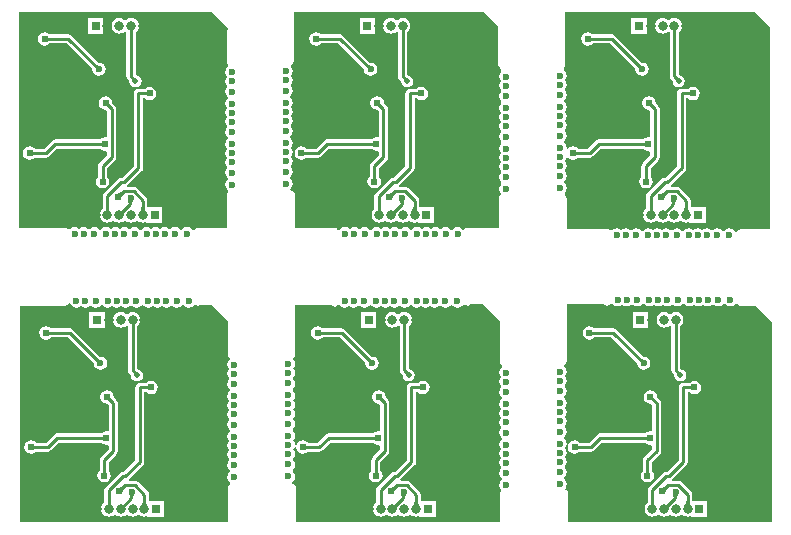
<source format=gbl>
G04*
G04 #@! TF.GenerationSoftware,Altium Limited,Altium Designer,20.0.13 (296)*
G04*
G04 Layer_Physical_Order=2*
G04 Layer_Color=16711680*
%FSLAX25Y25*%
%MOIN*%
G70*
G01*
G75*
%ADD13C,0.01000*%
%ADD43R,0.03150X0.03150*%
%ADD44C,0.03150*%
%ADD46C,0.01968*%
%ADD47C,0.02362*%
%ADD48C,0.02441*%
G36*
X250047Y166309D02*
Y99065D01*
X240051D01*
X239466Y98948D01*
X238970Y98617D01*
X238776Y98327D01*
X238206Y98318D01*
X237868Y98825D01*
X237146Y99306D01*
X236295Y99476D01*
X235444Y99306D01*
X234723Y98825D01*
X234545Y98559D01*
X234045D01*
X233868Y98825D01*
X233146Y99306D01*
X232295Y99476D01*
X231444Y99306D01*
X230893Y98938D01*
X230545Y98863D01*
X230198Y98938D01*
X229646Y99306D01*
X228795Y99476D01*
X227944Y99306D01*
X227295Y98873D01*
X226646Y99306D01*
X225795Y99476D01*
X224944Y99306D01*
X224295Y98873D01*
X223646Y99306D01*
X222795Y99476D01*
X221944Y99306D01*
X221223Y98825D01*
X221045Y98559D01*
X220545D01*
X220368Y98825D01*
X219646Y99306D01*
X218795Y99476D01*
X217944Y99306D01*
X217393Y98938D01*
X217045Y98863D01*
X216698Y98938D01*
X216146Y99306D01*
X215295Y99476D01*
X214444Y99306D01*
X213795Y98873D01*
X213146Y99306D01*
X212295Y99476D01*
X211444Y99306D01*
X210795Y98873D01*
X210146Y99306D01*
X209295Y99476D01*
X208444Y99306D01*
X207723Y98825D01*
X207545Y98559D01*
X207045D01*
X206868Y98825D01*
X206146Y99306D01*
X205295Y99476D01*
X204444Y99306D01*
X203893Y98938D01*
X203545Y98863D01*
X203198Y98938D01*
X202646Y99306D01*
X201795Y99476D01*
X200944Y99306D01*
X200295Y98873D01*
X199646Y99306D01*
X198795Y99476D01*
X197944Y99306D01*
X197223Y98825D01*
X197169Y98744D01*
X196973Y98689D01*
X196567Y98743D01*
X196497Y98849D01*
X196495Y98850D01*
X196494Y98852D01*
X196247Y99016D01*
X196001Y99181D01*
X195998Y99181D01*
X195997Y99182D01*
X195706Y99239D01*
X195415Y99297D01*
X182132D01*
Y109346D01*
X182015Y109932D01*
X181684Y110428D01*
X181430Y110597D01*
X181411Y111186D01*
X181502Y111246D01*
X181984Y111968D01*
X182153Y112819D01*
X181984Y113670D01*
X181502Y114391D01*
X181236Y114569D01*
Y115069D01*
X181502Y115246D01*
X181984Y115968D01*
X182153Y116819D01*
X181984Y117670D01*
X181502Y118391D01*
Y118746D01*
X181984Y119468D01*
X182153Y120319D01*
X181984Y121170D01*
X181550Y121819D01*
X181984Y122468D01*
X182048Y122792D01*
X182579Y122898D01*
X182624Y122831D01*
X183358Y122341D01*
X184224Y122168D01*
X185091Y122341D01*
X185825Y122831D01*
X185873Y122903D01*
X189730D01*
X190316Y123019D01*
X190812Y123351D01*
X193423Y125962D01*
X207596D01*
X207644Y125891D01*
X208378Y125400D01*
X209245Y125227D01*
X209640Y125306D01*
X210026Y124989D01*
Y123703D01*
X207448Y121125D01*
X207117Y120629D01*
X207000Y120043D01*
Y116629D01*
X206929Y116582D01*
X206438Y115847D01*
X206266Y114981D01*
X206438Y114114D01*
X206929Y113380D01*
X207663Y112889D01*
X208530Y112717D01*
X209396Y112889D01*
X210131Y113380D01*
X210621Y114114D01*
X210794Y114981D01*
X210621Y115847D01*
X210131Y116582D01*
X210059Y116629D01*
Y119410D01*
X212637Y121988D01*
X212969Y122484D01*
X213085Y123069D01*
Y139138D01*
X212969Y139723D01*
X212637Y140219D01*
X211779Y141077D01*
X211796Y141161D01*
X211624Y142028D01*
X211133Y142762D01*
X210399Y143253D01*
X209532Y143425D01*
X208666Y143253D01*
X207931Y142762D01*
X207440Y142028D01*
X207268Y141161D01*
X207440Y140295D01*
X207931Y139560D01*
X208666Y139070D01*
X209532Y138897D01*
X209616Y138914D01*
X210026Y138504D01*
Y129994D01*
X209640Y129677D01*
X209245Y129755D01*
X208378Y129583D01*
X207644Y129092D01*
X207596Y129021D01*
X192789D01*
X192204Y128904D01*
X191708Y128573D01*
X189097Y125962D01*
X185873D01*
X185825Y126033D01*
X185091Y126524D01*
X184224Y126696D01*
X183358Y126524D01*
X182624Y126033D01*
X182598Y125996D01*
X182127Y126191D01*
X182153Y126319D01*
X181984Y127170D01*
X181502Y127891D01*
X181236Y128069D01*
Y128569D01*
X181502Y128746D01*
X181984Y129468D01*
X182153Y130319D01*
X181984Y131170D01*
X181502Y131891D01*
Y132246D01*
X181984Y132968D01*
X182153Y133819D01*
X181984Y134670D01*
X181550Y135319D01*
X181984Y135968D01*
X182153Y136819D01*
X181984Y137670D01*
X181550Y138319D01*
X181984Y138968D01*
X182153Y139819D01*
X181984Y140670D01*
X181502Y141391D01*
X181236Y141569D01*
Y142069D01*
X181502Y142246D01*
X181984Y142968D01*
X182153Y143819D01*
X181984Y144670D01*
X181502Y145391D01*
Y145746D01*
X181984Y146468D01*
X182153Y147319D01*
X181984Y148170D01*
X181550Y148819D01*
X181984Y149468D01*
X182153Y150319D01*
X181984Y151170D01*
X181502Y151891D01*
X181100Y152160D01*
X181100Y152761D01*
X181223Y152844D01*
X181555Y153340D01*
X181671Y153925D01*
Y171382D01*
X244974D01*
X250047Y166309D01*
D02*
G37*
G36*
X69236Y166018D02*
X69222Y165873D01*
X68890Y165377D01*
X68774Y164791D01*
Y155106D01*
X68890Y154521D01*
X69222Y154025D01*
X69363Y153930D01*
Y153358D01*
X68900Y153049D01*
X68418Y152327D01*
X68249Y151476D01*
X68418Y150625D01*
X68852Y149976D01*
X68418Y149327D01*
X68249Y148476D01*
X68418Y147625D01*
X68900Y146904D01*
Y146549D01*
X68418Y145827D01*
X68249Y144976D01*
X68418Y144125D01*
X68900Y143404D01*
X69166Y143226D01*
Y142726D01*
X68900Y142549D01*
X68418Y141827D01*
X68249Y140976D01*
X68418Y140125D01*
X68852Y139476D01*
X68418Y138827D01*
X68249Y137976D01*
X68418Y137125D01*
X68852Y136476D01*
X68418Y135827D01*
X68249Y134976D01*
X68418Y134125D01*
X68900Y133404D01*
Y133049D01*
X68418Y132327D01*
X68249Y131476D01*
X68418Y130625D01*
X68900Y129904D01*
X69166Y129726D01*
Y129226D01*
X68900Y129049D01*
X68418Y128327D01*
X68249Y127476D01*
X68418Y126625D01*
X68852Y125976D01*
X68418Y125327D01*
X68249Y124476D01*
X68418Y123625D01*
X68852Y122976D01*
X68418Y122327D01*
X68249Y121476D01*
X68418Y120625D01*
X68900Y119904D01*
Y119549D01*
X68418Y118827D01*
X68249Y117976D01*
X68418Y117125D01*
X68900Y116404D01*
X69166Y116226D01*
Y115726D01*
X68900Y115549D01*
X68418Y114827D01*
X68249Y113976D01*
X68418Y113125D01*
X68900Y112404D01*
X69237Y112179D01*
X69282Y111641D01*
X69255Y111565D01*
X68953Y111113D01*
X68837Y110528D01*
Y99421D01*
X59887D01*
X59342Y99529D01*
X58757Y99413D01*
X58261Y99081D01*
X58056Y98775D01*
X57511Y98730D01*
X57478Y98741D01*
X57159Y99218D01*
X56438Y99700D01*
X55587Y99870D01*
X54736Y99700D01*
X54014Y99218D01*
X53837Y98953D01*
X53337D01*
X53159Y99218D01*
X52438Y99700D01*
X51587Y99870D01*
X50736Y99700D01*
X50014Y99218D01*
X49659D01*
X48938Y99700D01*
X48087Y99870D01*
X47236Y99700D01*
X46587Y99267D01*
X45938Y99700D01*
X45087Y99870D01*
X44236Y99700D01*
X43587Y99267D01*
X42938Y99700D01*
X42087Y99870D01*
X41236Y99700D01*
X40514Y99218D01*
X40337Y98953D01*
X39837D01*
X39659Y99218D01*
X38938Y99700D01*
X38087Y99870D01*
X37236Y99700D01*
X36514Y99218D01*
X36159D01*
X35438Y99700D01*
X34587Y99870D01*
X33736Y99700D01*
X33087Y99267D01*
X32438Y99700D01*
X31587Y99870D01*
X30736Y99700D01*
X30087Y99267D01*
X29438Y99700D01*
X28587Y99870D01*
X27736Y99700D01*
X27014Y99218D01*
X26837Y98953D01*
X26337D01*
X26159Y99218D01*
X25438Y99700D01*
X24587Y99870D01*
X23736Y99700D01*
X23184Y99332D01*
X22837Y99257D01*
X22489Y99332D01*
X21938Y99700D01*
X21087Y99870D01*
X20236Y99700D01*
X19587Y99267D01*
X18938Y99700D01*
X18087Y99870D01*
X17236Y99700D01*
X16514Y99218D01*
X16457Y99132D01*
X16243Y99080D01*
X15824Y99085D01*
X15690Y99175D01*
X15446Y99339D01*
X15442Y99340D01*
X15440Y99342D01*
X15149Y99400D01*
X14861Y99458D01*
X14858Y99458D01*
X14854Y99458D01*
X-291D01*
X-500Y99630D01*
Y171382D01*
X63872D01*
X69236Y166018D01*
D02*
G37*
G36*
X159325Y166480D02*
Y153925D01*
X159441Y153340D01*
X159773Y152844D01*
X160130Y152605D01*
Y151410D01*
X159757Y150851D01*
X159587Y150000D01*
X159757Y149149D01*
X160130Y148590D01*
Y148410D01*
X159757Y147851D01*
X159587Y147000D01*
X159757Y146149D01*
X160130Y145590D01*
Y144910D01*
X159757Y144351D01*
X159587Y143500D01*
X159757Y142649D01*
X160130Y142090D01*
Y140910D01*
X159757Y140351D01*
X159587Y139500D01*
X159757Y138649D01*
X160130Y138090D01*
Y137910D01*
X159757Y137351D01*
X159587Y136500D01*
X159757Y135649D01*
X160130Y135090D01*
Y134910D01*
X159757Y134351D01*
X159587Y133500D01*
X159757Y132649D01*
X160130Y132090D01*
Y131410D01*
X159757Y130851D01*
X159587Y130000D01*
X159757Y129149D01*
X160130Y128590D01*
Y127410D01*
X159757Y126851D01*
X159587Y126000D01*
X159757Y125149D01*
X160130Y124590D01*
Y124410D01*
X159757Y123851D01*
X159587Y123000D01*
X159757Y122149D01*
X160130Y121590D01*
Y121410D01*
X159757Y120851D01*
X159587Y120000D01*
X159757Y119149D01*
X160130Y118590D01*
Y117910D01*
X159757Y117351D01*
X159587Y116500D01*
X159757Y115649D01*
X160130Y115090D01*
Y113910D01*
X159757Y113351D01*
X159587Y112500D01*
X159757Y111649D01*
X160130Y111090D01*
Y110624D01*
X159836Y110428D01*
X159504Y109932D01*
X159388Y109346D01*
Y99458D01*
X149106D01*
X148521Y99342D01*
X148047Y99025D01*
X147913Y98958D01*
X147490Y98958D01*
X147317Y99218D01*
X146595Y99700D01*
X145744Y99870D01*
X144893Y99700D01*
X144172Y99218D01*
X143994Y98953D01*
X143494D01*
X143317Y99218D01*
X142595Y99700D01*
X141744Y99870D01*
X140893Y99700D01*
X140342Y99332D01*
X139994Y99257D01*
X139646Y99332D01*
X139095Y99700D01*
X138244Y99870D01*
X137393Y99700D01*
X136744Y99267D01*
X136095Y99700D01*
X135244Y99870D01*
X134393Y99700D01*
X133744Y99267D01*
X133095Y99700D01*
X132244Y99870D01*
X131393Y99700D01*
X130672Y99218D01*
X130494Y98953D01*
X129994D01*
X129817Y99218D01*
X129095Y99700D01*
X128244Y99870D01*
X127393Y99700D01*
X126842Y99332D01*
X126494Y99257D01*
X126146Y99332D01*
X125595Y99700D01*
X124744Y99870D01*
X123893Y99700D01*
X123244Y99267D01*
X122595Y99700D01*
X121744Y99870D01*
X120893Y99700D01*
X120244Y99267D01*
X119595Y99700D01*
X118744Y99870D01*
X117893Y99700D01*
X117172Y99218D01*
X116994Y98953D01*
X116494D01*
X116317Y99218D01*
X115595Y99700D01*
X114744Y99870D01*
X113893Y99700D01*
X113342Y99332D01*
X112994Y99257D01*
X112646Y99332D01*
X112095Y99700D01*
X111244Y99870D01*
X110393Y99700D01*
X109744Y99267D01*
X109095Y99700D01*
X108244Y99870D01*
X107393Y99700D01*
X106672Y99218D01*
X106463Y98907D01*
X106457Y98904D01*
X105884Y98939D01*
X105860Y98974D01*
X105697Y99219D01*
X105694Y99221D01*
X105692Y99224D01*
X105445Y99387D01*
X105201Y99551D01*
X105197Y99551D01*
X105194Y99554D01*
X104905Y99610D01*
X104615Y99667D01*
X91581D01*
Y110528D01*
X91464Y111113D01*
X91133Y111609D01*
X90636Y111941D01*
X90051Y112057D01*
Y112648D01*
X90163Y112723D01*
X90645Y113444D01*
X90814Y114295D01*
X90645Y115146D01*
X90163Y115868D01*
X90051Y115943D01*
Y116648D01*
X90163Y116723D01*
X90645Y117444D01*
X90814Y118295D01*
X90645Y119146D01*
X90163Y119868D01*
Y120223D01*
X90645Y120944D01*
X90814Y121795D01*
X90645Y122646D01*
X90211Y123295D01*
X90645Y123944D01*
X90814Y124795D01*
X90645Y125646D01*
X90211Y126295D01*
X90645Y126944D01*
X90814Y127795D01*
X90645Y128646D01*
X90163Y129368D01*
X90051Y129443D01*
Y130148D01*
X90163Y130223D01*
X90645Y130944D01*
X90814Y131795D01*
X90645Y132646D01*
X90163Y133368D01*
Y133723D01*
X90645Y134444D01*
X90814Y135295D01*
X90645Y136146D01*
X90211Y136795D01*
X90645Y137444D01*
X90814Y138295D01*
X90645Y139146D01*
X90211Y139795D01*
X90645Y140444D01*
X90814Y141295D01*
X90645Y142146D01*
X90163Y142868D01*
X90051Y142943D01*
Y143648D01*
X90163Y143723D01*
X90645Y144444D01*
X90814Y145295D01*
X90645Y146146D01*
X90163Y146868D01*
Y147223D01*
X90645Y147944D01*
X90814Y148795D01*
X90645Y149646D01*
X90211Y150295D01*
X90645Y150944D01*
X90814Y151795D01*
X90645Y152646D01*
X90273Y153203D01*
X90217Y153485D01*
X90376Y153827D01*
X90672Y154025D01*
X91004Y154521D01*
X91120Y155106D01*
Y171382D01*
X154423D01*
X159325Y166480D01*
D02*
G37*
G36*
X154507Y73798D02*
X159888Y68417D01*
Y55118D01*
X160004Y54533D01*
X160336Y54037D01*
X160630Y53840D01*
Y53114D01*
X160239Y52852D01*
X159757Y52131D01*
X159587Y51279D01*
X159757Y50428D01*
X160190Y49779D01*
X159757Y49130D01*
X159587Y48280D01*
X159757Y47429D01*
X160239Y46707D01*
Y46352D01*
X159757Y45630D01*
X159587Y44780D01*
X159757Y43929D01*
X160239Y43207D01*
X160470Y43053D01*
Y42506D01*
X160239Y42352D01*
X159757Y41631D01*
X159587Y40780D01*
X159757Y39928D01*
X160190Y39279D01*
X159757Y38631D01*
X159587Y37780D01*
X159757Y36928D01*
X160190Y36279D01*
X159757Y35631D01*
X159587Y34780D01*
X159757Y33928D01*
X160239Y33207D01*
Y32852D01*
X159757Y32131D01*
X159587Y31280D01*
X159757Y30428D01*
X160239Y29707D01*
X160470Y29553D01*
Y29006D01*
X160239Y28852D01*
X159757Y28130D01*
X159587Y27279D01*
X159757Y26428D01*
X160190Y25780D01*
X159757Y25131D01*
X159587Y24280D01*
X159757Y23428D01*
X160190Y22780D01*
X159757Y22130D01*
X159587Y21280D01*
X159757Y20428D01*
X160239Y19707D01*
Y19352D01*
X159757Y18631D01*
X159587Y17779D01*
X159757Y16928D01*
X160239Y16207D01*
X160470Y16053D01*
Y15506D01*
X160239Y15352D01*
X159757Y14630D01*
X159587Y13780D01*
X159757Y12928D01*
X160239Y12207D01*
X160098Y11700D01*
X160004Y11560D01*
X159888Y10974D01*
Y1421D01*
X91974D01*
Y12890D01*
X91858Y13475D01*
X91526Y13971D01*
X91030Y14303D01*
X90551Y14398D01*
Y14917D01*
X90951Y15183D01*
X91432Y15905D01*
X91602Y16756D01*
X91432Y17607D01*
X90951Y18328D01*
X90724Y18480D01*
Y19032D01*
X90951Y19183D01*
X91432Y19905D01*
X91602Y20756D01*
X91432Y21607D01*
X90951Y22328D01*
Y22683D01*
X91432Y23405D01*
X91602Y24256D01*
X91432Y25107D01*
X90999Y25756D01*
X91432Y26405D01*
X91438Y26433D01*
X91909Y26432D01*
X92082Y25566D01*
X92572Y24831D01*
X93307Y24341D01*
X94173Y24168D01*
X95040Y24341D01*
X95774Y24831D01*
X95822Y24903D01*
X99679D01*
X100264Y25019D01*
X100761Y25351D01*
X103372Y27962D01*
X117545D01*
X117593Y27891D01*
X118327Y27400D01*
X119193Y27227D01*
X119589Y27306D01*
X119975Y26989D01*
Y25703D01*
X117397Y23125D01*
X117066Y22629D01*
X116949Y22043D01*
Y18629D01*
X116878Y18582D01*
X116387Y17847D01*
X116215Y16981D01*
X116387Y16114D01*
X116878Y15380D01*
X117612Y14889D01*
X118479Y14717D01*
X119345Y14889D01*
X120080Y15380D01*
X120570Y16114D01*
X120743Y16981D01*
X120570Y17847D01*
X120080Y18582D01*
X120008Y18629D01*
Y21410D01*
X122586Y23988D01*
X122917Y24484D01*
X123034Y25069D01*
Y41138D01*
X122917Y41723D01*
X122586Y42219D01*
X121728Y43077D01*
X121745Y43161D01*
X121573Y44028D01*
X121082Y44762D01*
X120347Y45253D01*
X119481Y45425D01*
X118615Y45253D01*
X117880Y44762D01*
X117389Y44028D01*
X117217Y43161D01*
X117389Y42295D01*
X117880Y41560D01*
X118615Y41070D01*
X119481Y40897D01*
X119565Y40914D01*
X119975Y40504D01*
Y31994D01*
X119589Y31677D01*
X119193Y31755D01*
X118327Y31583D01*
X117593Y31092D01*
X117545Y31021D01*
X102738D01*
X102153Y30904D01*
X101657Y30573D01*
X99046Y27962D01*
X95822D01*
X95774Y28033D01*
X95040Y28524D01*
X94173Y28696D01*
X93307Y28524D01*
X92572Y28033D01*
X92082Y27299D01*
X92073Y27255D01*
X91602Y27256D01*
X91432Y28107D01*
X90999Y28756D01*
X91432Y29405D01*
X91602Y30256D01*
X91432Y31107D01*
X90951Y31828D01*
X90724Y31980D01*
Y32532D01*
X90951Y32683D01*
X91432Y33405D01*
X91602Y34256D01*
X91432Y35107D01*
X90951Y35828D01*
Y36183D01*
X91432Y36905D01*
X91602Y37756D01*
X91432Y38607D01*
X90999Y39256D01*
X91432Y39905D01*
X91602Y40756D01*
X91432Y41607D01*
X90999Y42256D01*
X91432Y42905D01*
X91602Y43756D01*
X91432Y44607D01*
X90951Y45328D01*
X90724Y45480D01*
Y46032D01*
X90951Y46183D01*
X91432Y46905D01*
X91602Y47756D01*
X91432Y48607D01*
X90951Y49328D01*
Y49683D01*
X91432Y50405D01*
X91602Y51256D01*
X91432Y52107D01*
X90999Y52756D01*
X91432Y53405D01*
X91602Y54256D01*
X91432Y55107D01*
X90951Y55828D01*
Y56310D01*
X91066Y56387D01*
X91397Y56883D01*
X91514Y57468D01*
Y73784D01*
X103603D01*
X103648Y73717D01*
X104146Y73387D01*
X104732Y73274D01*
X105316Y73393D01*
X105811Y73727D01*
X105869Y73814D01*
X106469Y73816D01*
X106597Y73624D01*
X107318Y73142D01*
X108169Y72973D01*
X109020Y73142D01*
X109669Y73576D01*
X110318Y73142D01*
X111169Y72973D01*
X112020Y73142D01*
X112572Y73511D01*
X112919Y73586D01*
X113267Y73511D01*
X113818Y73142D01*
X114669Y72973D01*
X115520Y73142D01*
X116242Y73624D01*
X116419Y73890D01*
X116919D01*
X117097Y73624D01*
X117818Y73142D01*
X118669Y72973D01*
X119520Y73142D01*
X120169Y73576D01*
X120818Y73142D01*
X121669Y72973D01*
X122520Y73142D01*
X123169Y73576D01*
X123818Y73142D01*
X124669Y72973D01*
X125520Y73142D01*
X126072Y73511D01*
X126419Y73586D01*
X126767Y73511D01*
X127318Y73142D01*
X128169Y72973D01*
X129020Y73142D01*
X129742Y73624D01*
X129919Y73890D01*
X130419D01*
X130597Y73624D01*
X131318Y73142D01*
X132169Y72973D01*
X133020Y73142D01*
X133669Y73576D01*
X134318Y73142D01*
X135169Y72973D01*
X136020Y73142D01*
X136669Y73576D01*
X137318Y73142D01*
X138169Y72973D01*
X139020Y73142D01*
X139571Y73511D01*
X139919Y73586D01*
X140267Y73511D01*
X140818Y73142D01*
X141669Y72973D01*
X142520Y73142D01*
X143242Y73624D01*
X143419Y73890D01*
X143919D01*
X144097Y73624D01*
X144818Y73142D01*
X145669Y72973D01*
X146520Y73142D01*
X147242Y73624D01*
X147462Y73955D01*
X147974Y74008D01*
X148079Y73977D01*
X148521Y73681D01*
X149106Y73565D01*
X149692Y73681D01*
X150188Y74013D01*
X150229Y74075D01*
X154322D01*
X154507Y73798D01*
D02*
G37*
G36*
X197329Y74337D02*
X197542Y74018D01*
X198263Y73536D01*
X199114Y73367D01*
X199965Y73536D01*
X200614Y73970D01*
X201263Y73536D01*
X202114Y73367D01*
X202965Y73536D01*
X203516Y73904D01*
X203864Y73980D01*
X204212Y73904D01*
X204763Y73536D01*
X205614Y73367D01*
X206465Y73536D01*
X207187Y74018D01*
X207364Y74284D01*
X207864D01*
X208042Y74018D01*
X208763Y73536D01*
X209614Y73367D01*
X210465Y73536D01*
X211114Y73970D01*
X211763Y73536D01*
X212614Y73367D01*
X213465Y73536D01*
X214114Y73970D01*
X214763Y73536D01*
X215614Y73367D01*
X216465Y73536D01*
X217016Y73904D01*
X217364Y73980D01*
X217712Y73904D01*
X218263Y73536D01*
X219114Y73367D01*
X219965Y73536D01*
X220687Y74018D01*
X220864Y74284D01*
X221364D01*
X221542Y74018D01*
X222263Y73536D01*
X223114Y73367D01*
X223965Y73536D01*
X224614Y73970D01*
X225263Y73536D01*
X226114Y73367D01*
X226965Y73536D01*
X227614Y73970D01*
X228263Y73536D01*
X229114Y73367D01*
X229965Y73536D01*
X230516Y73904D01*
X230864Y73980D01*
X231212Y73904D01*
X231763Y73536D01*
X232614Y73367D01*
X233465Y73536D01*
X234187Y74018D01*
X234364Y74284D01*
X234864D01*
X235042Y74018D01*
X235763Y73536D01*
X236614Y73367D01*
X237465Y73536D01*
X238187Y74018D01*
X238276Y74151D01*
X238877Y74151D01*
X238970Y74013D01*
X239466Y73681D01*
X240051Y73565D01*
X245138D01*
X250548Y68156D01*
Y1421D01*
X182632D01*
Y10974D01*
X182515Y11560D01*
X182184Y12056D01*
X181879Y12259D01*
X181688Y12394D01*
X181742Y12886D01*
X181984Y13247D01*
X182153Y14098D01*
X181984Y14949D01*
X181502Y15671D01*
X181275Y15822D01*
Y16374D01*
X181502Y16526D01*
X181984Y17247D01*
X182153Y18098D01*
X181984Y18949D01*
X181502Y19671D01*
Y20026D01*
X181984Y20747D01*
X182153Y21598D01*
X181984Y22449D01*
X181550Y23098D01*
X181984Y23747D01*
X182153Y24598D01*
X181984Y25449D01*
X181550Y26098D01*
X181984Y26747D01*
X182153Y27598D01*
X181984Y28449D01*
X181502Y29171D01*
X181275Y29322D01*
Y29874D01*
X181502Y30026D01*
X181984Y30747D01*
X182153Y31598D01*
X181984Y32449D01*
X181502Y33171D01*
Y33526D01*
X181984Y34247D01*
X182153Y35098D01*
X181984Y35950D01*
X181550Y36598D01*
X181984Y37247D01*
X182153Y38098D01*
X181984Y38949D01*
X181550Y39598D01*
X181984Y40247D01*
X182153Y41098D01*
X181984Y41949D01*
X181502Y42671D01*
X181275Y42823D01*
Y43374D01*
X181502Y43526D01*
X181984Y44247D01*
X182153Y45098D01*
X181984Y45950D01*
X181502Y46671D01*
Y47026D01*
X181984Y47747D01*
X182153Y48598D01*
X181984Y49450D01*
X181550Y50098D01*
X181984Y50747D01*
X182153Y51598D01*
X181984Y52450D01*
X181502Y53171D01*
X181341Y53278D01*
X181351Y53859D01*
X181617Y54037D01*
X181948Y54533D01*
X182065Y55118D01*
Y74075D01*
X194354D01*
X194398Y74010D01*
X194895Y73680D01*
X195481Y73565D01*
X196066Y73683D01*
X196561Y74016D01*
X196751Y74302D01*
X197325Y74338D01*
X197329Y74337D01*
D02*
G37*
G36*
X16636Y74377D02*
X16642Y74346D01*
X17124Y73624D01*
X17846Y73142D01*
X18697Y72973D01*
X19548Y73142D01*
X20197Y73576D01*
X20846Y73142D01*
X21697Y72973D01*
X22548Y73142D01*
X23099Y73511D01*
X23447Y73586D01*
X23795Y73511D01*
X24346Y73142D01*
X25197Y72973D01*
X26048Y73142D01*
X26769Y73624D01*
X26947Y73890D01*
X27447D01*
X27624Y73624D01*
X28346Y73142D01*
X29197Y72973D01*
X30048Y73142D01*
X30697Y73576D01*
X31346Y73142D01*
X32197Y72973D01*
X33048Y73142D01*
X33697Y73576D01*
X34346Y73142D01*
X35197Y72973D01*
X36048Y73142D01*
X36599Y73511D01*
X36947Y73586D01*
X37295Y73511D01*
X37846Y73142D01*
X38697Y72973D01*
X39548Y73142D01*
X40269Y73624D01*
X40447Y73890D01*
X40947D01*
X41124Y73624D01*
X41846Y73142D01*
X42697Y72973D01*
X43548Y73142D01*
X44197Y73576D01*
X44846Y73142D01*
X45697Y72973D01*
X46548Y73142D01*
X47197Y73576D01*
X47846Y73142D01*
X48697Y72973D01*
X49548Y73142D01*
X50099Y73511D01*
X50447Y73586D01*
X50795Y73511D01*
X51346Y73142D01*
X52197Y72973D01*
X53048Y73142D01*
X53769Y73624D01*
X53947Y73890D01*
X54447D01*
X54624Y73624D01*
X55346Y73142D01*
X56197Y72973D01*
X57048Y73142D01*
X57769Y73624D01*
X57867Y73771D01*
X58516Y73842D01*
X58757Y73681D01*
X59342Y73565D01*
X59928Y73681D01*
X60080Y73784D01*
X63971D01*
X69168Y68587D01*
Y57468D01*
X69284Y56883D01*
X69615Y56387D01*
X69889Y56204D01*
X69889Y55644D01*
X69687Y55510D01*
X69205Y54788D01*
X69036Y53937D01*
X69205Y53086D01*
X69639Y52437D01*
X69205Y51788D01*
X69036Y50937D01*
X69205Y50086D01*
X69687Y49365D01*
Y49009D01*
X69205Y48288D01*
X69036Y47437D01*
X69205Y46586D01*
X69687Y45864D01*
X69918Y45710D01*
Y45164D01*
X69687Y45009D01*
X69205Y44288D01*
X69036Y43437D01*
X69205Y42586D01*
X69639Y41937D01*
X69205Y41288D01*
X69036Y40437D01*
X69205Y39586D01*
X69639Y38937D01*
X69205Y38288D01*
X69036Y37437D01*
X69205Y36586D01*
X69687Y35864D01*
Y35509D01*
X69205Y34788D01*
X69036Y33937D01*
X69205Y33086D01*
X69687Y32364D01*
X69918Y32210D01*
Y31664D01*
X69687Y31510D01*
X69205Y30788D01*
X69036Y29937D01*
X69205Y29086D01*
X69639Y28437D01*
X69205Y27788D01*
X69036Y26937D01*
X69205Y26086D01*
X69639Y25437D01*
X69205Y24788D01*
X69036Y23937D01*
X69205Y23086D01*
X69687Y22365D01*
Y22009D01*
X69205Y21288D01*
X69036Y20437D01*
X69205Y19586D01*
X69687Y18865D01*
X69918Y18710D01*
Y18164D01*
X69687Y18010D01*
X69205Y17288D01*
X69036Y16437D01*
X69205Y15586D01*
X69687Y14864D01*
X69956Y14685D01*
Y14156D01*
X69678Y13971D01*
X69347Y13475D01*
X69230Y12890D01*
Y1421D01*
X0D01*
Y73482D01*
X102Y73566D01*
X14754D01*
X15042Y73623D01*
X15333Y73679D01*
X15336Y73681D01*
X15339Y73682D01*
X15584Y73846D01*
X15830Y74009D01*
X15832Y74012D01*
X15835Y74014D01*
X15999Y74259D01*
X16116Y74432D01*
X16409Y74438D01*
X16636Y74377D01*
D02*
G37*
%LPC*%
G36*
X218004Y169495D02*
X217332Y169406D01*
X216705Y169147D01*
X216168Y168734D01*
X215903D01*
X215365Y169147D01*
X214739Y169406D01*
X214067Y169495D01*
X213395Y169406D01*
X212768Y169147D01*
X212230Y168734D01*
X211818Y168196D01*
X211558Y167570D01*
X211470Y166898D01*
X211558Y166226D01*
X211818Y165599D01*
X212230Y165061D01*
X212768Y164648D01*
X213395Y164389D01*
X214067Y164301D01*
X214739Y164389D01*
X215365Y164648D01*
X215673Y164884D01*
X216035Y165014D01*
X216398Y164884D01*
X216475Y164826D01*
Y150133D01*
X216591Y149547D01*
X216922Y149051D01*
X217478Y148496D01*
X217458Y148394D01*
X217612Y147619D01*
X218050Y146963D01*
X218707Y146525D01*
X219481Y146370D01*
X220255Y146525D01*
X220911Y146963D01*
X221350Y147619D01*
X221504Y148394D01*
X221350Y149168D01*
X220911Y149824D01*
X220255Y150263D01*
X219983Y150317D01*
X219533Y150766D01*
Y164826D01*
X219840Y165061D01*
X220253Y165599D01*
X220512Y166226D01*
X220601Y166898D01*
X220512Y167570D01*
X220253Y168196D01*
X219840Y168734D01*
X219302Y169147D01*
X218676Y169406D01*
X218004Y169495D01*
D02*
G37*
G36*
X208768Y169472D02*
X203618D01*
Y164323D01*
X208768D01*
Y169472D01*
D02*
G37*
G36*
X189165Y164831D02*
X188299Y164659D01*
X187565Y164168D01*
X187074Y163433D01*
X186901Y162567D01*
X187074Y161700D01*
X187565Y160966D01*
X188299Y160475D01*
X189165Y160303D01*
X190032Y160475D01*
X190766Y160966D01*
X190814Y161038D01*
X196508D01*
X205063Y152482D01*
X205053Y152432D01*
X205222Y151581D01*
X205704Y150859D01*
X206426Y150377D01*
X207277Y150208D01*
X208128Y150377D01*
X208849Y150859D01*
X209331Y151581D01*
X209501Y152432D01*
X209331Y153283D01*
X208849Y154004D01*
X208128Y154486D01*
X207277Y154656D01*
X207226Y154645D01*
X198223Y163648D01*
X197727Y163980D01*
X197141Y164096D01*
X190814D01*
X190766Y164168D01*
X190032Y164659D01*
X189165Y164831D01*
D02*
G37*
G36*
X224206Y146656D02*
X223340Y146484D01*
X222605Y145993D01*
X222558Y145922D01*
X220430D01*
X219845Y145805D01*
X219349Y145474D01*
X219017Y144977D01*
X218901Y144392D01*
Y120174D01*
X215008Y116282D01*
X214780D01*
X214195Y116165D01*
X213699Y115834D01*
X209049Y111184D01*
X208717Y110687D01*
X208600Y110102D01*
Y105977D01*
X208294Y105742D01*
X207881Y105204D01*
X207621Y104578D01*
X207533Y103905D01*
X207621Y103233D01*
X207881Y102607D01*
X208294Y102069D01*
X208831Y101656D01*
X209458Y101397D01*
X210130Y101309D01*
X210802Y101397D01*
X211428Y101656D01*
X211966Y102069D01*
X212231D01*
X212768Y101656D01*
X213395Y101397D01*
X214067Y101309D01*
X214739Y101397D01*
X215365Y101656D01*
X215903Y102069D01*
X216168D01*
X216705Y101656D01*
X217332Y101397D01*
X218004Y101309D01*
X218676Y101397D01*
X219302Y101656D01*
X219840Y102069D01*
X220105D01*
X220642Y101656D01*
X221269Y101397D01*
X221941Y101309D01*
X222613Y101397D01*
X222803Y101476D01*
X223303Y101331D01*
Y101331D01*
X228453D01*
Y106480D01*
X223470D01*
Y108595D01*
X223354Y109180D01*
X223022Y109676D01*
X219928Y112770D01*
X219432Y113102D01*
X218846Y113218D01*
X216946D01*
X216797Y113520D01*
X216771Y113718D01*
X221512Y118459D01*
X221843Y118956D01*
X221960Y119541D01*
Y142863D01*
X222558D01*
X222605Y142791D01*
X223340Y142300D01*
X224206Y142128D01*
X225073Y142300D01*
X225807Y142791D01*
X226298Y143526D01*
X226470Y144392D01*
X226298Y145258D01*
X225807Y145993D01*
X225073Y146484D01*
X224206Y146656D01*
D02*
G37*
%LPD*%
G36*
X215190Y110678D02*
X215125Y110606D01*
X215064Y110525D01*
X215007Y110435D01*
X214956Y110336D01*
X214908Y110228D01*
X214865Y110111D01*
X214827Y109986D01*
X214764Y109707D01*
X214740Y109555D01*
X213360Y110935D01*
X213512Y110960D01*
X213790Y111023D01*
X213916Y111061D01*
X214033Y111103D01*
X214141Y111151D01*
X214240Y111203D01*
X214330Y111259D01*
X214411Y111320D01*
X214483Y111386D01*
X215190Y110678D01*
D02*
G37*
G36*
X218671Y108518D02*
X218571Y108427D01*
X218481Y108336D01*
X218403Y108243D01*
X218334Y108149D01*
X218276Y108053D01*
X218229Y107955D01*
X218192Y107857D01*
X218166Y107756D01*
X218150Y107655D01*
X218145Y107552D01*
X217145Y107805D01*
X217142Y107914D01*
X217120Y108128D01*
X217101Y108234D01*
X217047Y108442D01*
X217011Y108545D01*
X216924Y108747D01*
X216872Y108846D01*
X218671Y108518D01*
D02*
G37*
G36*
X222448Y106242D02*
X222471Y106130D01*
X222509Y106007D01*
X222562Y105874D01*
X222631Y105730D01*
X222813Y105410D01*
X222927Y105234D01*
X223200Y104851D01*
X220682D01*
X220826Y105048D01*
X221168Y105575D01*
X221251Y105730D01*
X221373Y106007D01*
X221411Y106130D01*
X221433Y106242D01*
X221441Y106344D01*
X222441D01*
X222448Y106242D01*
D02*
G37*
%LPC*%
G36*
X36902Y169495D02*
X36229Y169406D01*
X35603Y169147D01*
X35296Y168911D01*
X34933Y168781D01*
X34571Y168911D01*
X34263Y169147D01*
X33637Y169406D01*
X32965Y169495D01*
X32292Y169406D01*
X31666Y169147D01*
X31128Y168734D01*
X30716Y168196D01*
X30456Y167570D01*
X30367Y166898D01*
X30456Y166226D01*
X30716Y165599D01*
X31128Y165061D01*
X31666Y164648D01*
X32292Y164389D01*
X32965Y164301D01*
X33637Y164389D01*
X34263Y164648D01*
X34571Y164884D01*
X34933Y165014D01*
X35296Y164884D01*
X35372Y164826D01*
Y150133D01*
X35489Y149547D01*
X35820Y149051D01*
X36376Y148496D01*
X36355Y148394D01*
X36509Y147619D01*
X36948Y146963D01*
X37604Y146525D01*
X38379Y146370D01*
X39153Y146525D01*
X39809Y146963D01*
X40248Y147619D01*
X40402Y148394D01*
X40248Y149168D01*
X39809Y149824D01*
X39153Y150263D01*
X38880Y150317D01*
X38431Y150766D01*
Y164826D01*
X38738Y165061D01*
X39151Y165599D01*
X39410Y166226D01*
X39499Y166898D01*
X39410Y167570D01*
X39151Y168196D01*
X38738Y168734D01*
X38200Y169147D01*
X37574Y169406D01*
X36902Y169495D01*
D02*
G37*
G36*
X27665Y169472D02*
X22516D01*
Y164323D01*
X27665D01*
Y169472D01*
D02*
G37*
G36*
X8063Y164831D02*
X7197Y164659D01*
X6462Y164168D01*
X5971Y163433D01*
X5799Y162567D01*
X5971Y161700D01*
X6462Y160966D01*
X7197Y160475D01*
X8063Y160303D01*
X8929Y160475D01*
X9664Y160966D01*
X9712Y161038D01*
X15405D01*
X23961Y152482D01*
X23950Y152432D01*
X24120Y151581D01*
X24602Y150859D01*
X25323Y150377D01*
X26174Y150208D01*
X27025Y150377D01*
X27747Y150859D01*
X28229Y151581D01*
X28398Y152432D01*
X28229Y153283D01*
X27747Y154004D01*
X27025Y154486D01*
X26174Y154656D01*
X26123Y154645D01*
X17120Y163648D01*
X16624Y163980D01*
X16039Y164096D01*
X9712D01*
X9664Y164168D01*
X8929Y164659D01*
X8063Y164831D01*
D02*
G37*
G36*
X43104Y146656D02*
X42238Y146484D01*
X41503Y145993D01*
X41455Y145922D01*
X39328D01*
X38743Y145805D01*
X38247Y145474D01*
X37915Y144977D01*
X37799Y144392D01*
Y120174D01*
X33906Y116282D01*
X33678D01*
X33092Y116165D01*
X32596Y115834D01*
X27946Y111184D01*
X27615Y110687D01*
X27498Y110102D01*
Y105977D01*
X27191Y105742D01*
X26779Y105204D01*
X26519Y104578D01*
X26430Y103905D01*
X26519Y103233D01*
X26779Y102607D01*
X27191Y102069D01*
X27729Y101656D01*
X28355Y101397D01*
X29028Y101309D01*
X29700Y101397D01*
X30326Y101656D01*
X30634Y101892D01*
X30996Y102022D01*
X31359Y101892D01*
X31666Y101656D01*
X32292Y101397D01*
X32965Y101309D01*
X33637Y101397D01*
X34263Y101656D01*
X34571Y101892D01*
X34933Y102022D01*
X35296Y101892D01*
X35603Y101656D01*
X36229Y101397D01*
X36902Y101309D01*
X37574Y101397D01*
X38200Y101656D01*
X38508Y101892D01*
X38870Y102022D01*
X39233Y101892D01*
X39540Y101656D01*
X40166Y101397D01*
X40839Y101309D01*
X41511Y101397D01*
X41701Y101476D01*
X42201Y101331D01*
Y101331D01*
X47350D01*
Y106480D01*
X42368D01*
Y108595D01*
X42252Y109180D01*
X41920Y109676D01*
X38826Y112770D01*
X38329Y113102D01*
X37744Y113218D01*
X35844D01*
X35695Y113520D01*
X35668Y113718D01*
X40409Y118459D01*
X40741Y118956D01*
X40857Y119541D01*
Y142863D01*
X41455D01*
X41503Y142791D01*
X42238Y142300D01*
X43104Y142128D01*
X43970Y142300D01*
X44705Y142791D01*
X45196Y143526D01*
X45368Y144392D01*
X45196Y145258D01*
X44705Y145993D01*
X43970Y146484D01*
X43104Y146656D01*
D02*
G37*
G36*
X28430Y143425D02*
X27563Y143253D01*
X26829Y142762D01*
X26338Y142028D01*
X26166Y141161D01*
X26338Y140295D01*
X26829Y139560D01*
X27563Y139070D01*
X28430Y138897D01*
X28514Y138914D01*
X28924Y138504D01*
Y129994D01*
X28537Y129677D01*
X28142Y129755D01*
X27276Y129583D01*
X26542Y129092D01*
X26494Y129021D01*
X11687D01*
X11102Y128904D01*
X10606Y128573D01*
X7994Y125962D01*
X4771D01*
X4723Y126033D01*
X3988Y126524D01*
X3122Y126696D01*
X2256Y126524D01*
X1521Y126033D01*
X1030Y125299D01*
X858Y124432D01*
X1030Y123566D01*
X1521Y122831D01*
X2256Y122341D01*
X3122Y122168D01*
X3988Y122341D01*
X4723Y122831D01*
X4771Y122903D01*
X8628D01*
X9213Y123019D01*
X9709Y123351D01*
X12321Y125962D01*
X26494D01*
X26542Y125891D01*
X27276Y125400D01*
X28142Y125227D01*
X28537Y125306D01*
X28924Y124989D01*
Y123703D01*
X26346Y121125D01*
X26014Y120629D01*
X25898Y120043D01*
Y116629D01*
X25826Y116582D01*
X25336Y115847D01*
X25163Y114981D01*
X25336Y114114D01*
X25826Y113380D01*
X26561Y112889D01*
X27427Y112717D01*
X28294Y112889D01*
X29028Y113380D01*
X29519Y114114D01*
X29691Y114981D01*
X29519Y115847D01*
X29028Y116582D01*
X28957Y116629D01*
Y119410D01*
X31535Y121988D01*
X31866Y122484D01*
X31983Y123069D01*
Y139138D01*
X31866Y139723D01*
X31535Y140219D01*
X30677Y141077D01*
X30694Y141161D01*
X30521Y142028D01*
X30031Y142762D01*
X29296Y143253D01*
X28430Y143425D01*
D02*
G37*
%LPD*%
G36*
X34088Y110678D02*
X34022Y110606D01*
X33961Y110525D01*
X33905Y110435D01*
X33853Y110336D01*
X33806Y110228D01*
X33763Y110111D01*
X33725Y109986D01*
X33662Y109707D01*
X33637Y109555D01*
X32257Y110935D01*
X32410Y110960D01*
X32688Y111023D01*
X32814Y111061D01*
X32930Y111103D01*
X33038Y111151D01*
X33137Y111203D01*
X33227Y111259D01*
X33309Y111320D01*
X33381Y111386D01*
X34088Y110678D01*
D02*
G37*
G36*
X37568Y108518D02*
X37468Y108427D01*
X37379Y108336D01*
X37300Y108243D01*
X37232Y108149D01*
X37174Y108053D01*
X37127Y107955D01*
X37090Y107857D01*
X37064Y107756D01*
X37048Y107655D01*
X37042Y107552D01*
X36042Y107805D01*
X36040Y107914D01*
X36018Y108128D01*
X35999Y108234D01*
X35944Y108442D01*
X35909Y108545D01*
X35821Y108747D01*
X35770Y108846D01*
X37568Y108518D01*
D02*
G37*
G36*
X41346Y106242D02*
X41369Y106130D01*
X41407Y106007D01*
X41460Y105874D01*
X41528Y105730D01*
X41711Y105410D01*
X41824Y105234D01*
X42098Y104851D01*
X39579D01*
X39724Y105048D01*
X40065Y105575D01*
X40149Y105730D01*
X40270Y106007D01*
X40308Y106130D01*
X40331Y106242D01*
X40339Y106344D01*
X41339D01*
X41346Y106242D01*
D02*
G37*
%LPC*%
G36*
X127453Y169495D02*
X126781Y169406D01*
X126154Y169147D01*
X125847Y168911D01*
X125484Y168781D01*
X125122Y168911D01*
X124814Y169147D01*
X124188Y169406D01*
X123516Y169495D01*
X122844Y169406D01*
X122217Y169147D01*
X121679Y168734D01*
X121267Y168196D01*
X121007Y167570D01*
X120919Y166898D01*
X121007Y166226D01*
X121267Y165599D01*
X121679Y165061D01*
X122217Y164648D01*
X122844Y164389D01*
X123516Y164301D01*
X124188Y164389D01*
X124814Y164648D01*
X125122Y164884D01*
X125484Y165014D01*
X125847Y164884D01*
X125923Y164826D01*
Y150133D01*
X126040Y149547D01*
X126371Y149051D01*
X126927Y148496D01*
X126907Y148394D01*
X127060Y147619D01*
X127499Y146963D01*
X128156Y146525D01*
X128930Y146370D01*
X129704Y146525D01*
X130360Y146963D01*
X130799Y147619D01*
X130953Y148394D01*
X130799Y149168D01*
X130360Y149824D01*
X129704Y150263D01*
X129431Y150317D01*
X128982Y150766D01*
Y164826D01*
X129289Y165061D01*
X129702Y165599D01*
X129961Y166226D01*
X130050Y166898D01*
X129961Y167570D01*
X129702Y168196D01*
X129289Y168734D01*
X128751Y169147D01*
X128125Y169406D01*
X127453Y169495D01*
D02*
G37*
G36*
X118217Y169472D02*
X113067D01*
Y164323D01*
X118217D01*
Y169472D01*
D02*
G37*
G36*
X98614Y164831D02*
X97748Y164659D01*
X97013Y164168D01*
X96522Y163433D01*
X96350Y162567D01*
X96522Y161700D01*
X97013Y160966D01*
X97748Y160475D01*
X98614Y160303D01*
X99481Y160475D01*
X100215Y160966D01*
X100263Y161038D01*
X105957D01*
X114512Y152482D01*
X114502Y152432D01*
X114671Y151581D01*
X115153Y150859D01*
X115875Y150377D01*
X116726Y150208D01*
X117577Y150377D01*
X118298Y150859D01*
X118780Y151581D01*
X118949Y152432D01*
X118780Y153283D01*
X118298Y154004D01*
X117577Y154486D01*
X116726Y154656D01*
X116675Y154645D01*
X107672Y163648D01*
X107176Y163980D01*
X106590Y164096D01*
X100263D01*
X100215Y164168D01*
X99481Y164659D01*
X98614Y164831D01*
D02*
G37*
G36*
X133655Y146656D02*
X132789Y146484D01*
X132054Y145993D01*
X132007Y145922D01*
X129879D01*
X129294Y145805D01*
X128798Y145474D01*
X128466Y144977D01*
X128350Y144392D01*
Y120174D01*
X124457Y116282D01*
X124229D01*
X123644Y116165D01*
X123147Y115834D01*
X118497Y111184D01*
X118166Y110687D01*
X118049Y110102D01*
Y105977D01*
X117742Y105742D01*
X117330Y105204D01*
X117070Y104578D01*
X116982Y103905D01*
X117070Y103233D01*
X117330Y102607D01*
X117742Y102069D01*
X118280Y101656D01*
X118907Y101397D01*
X119579Y101309D01*
X120251Y101397D01*
X120877Y101656D01*
X121415Y102069D01*
X121679D01*
X122217Y101656D01*
X122844Y101397D01*
X123516Y101309D01*
X124188Y101397D01*
X124814Y101656D01*
X125352Y102069D01*
X125616D01*
X126154Y101656D01*
X126781Y101397D01*
X127453Y101309D01*
X128125Y101397D01*
X128751Y101656D01*
X129059Y101892D01*
X129421Y102022D01*
X129784Y101892D01*
X130091Y101656D01*
X130718Y101397D01*
X131390Y101309D01*
X132062Y101397D01*
X132252Y101476D01*
X132752Y101331D01*
Y101331D01*
X137902D01*
Y106480D01*
X132919D01*
Y108595D01*
X132803Y109180D01*
X132471Y109676D01*
X129377Y112770D01*
X128881Y113102D01*
X128295Y113218D01*
X126395D01*
X126246Y113520D01*
X126220Y113718D01*
X130961Y118459D01*
X131292Y118956D01*
X131409Y119541D01*
Y142863D01*
X132007D01*
X132054Y142791D01*
X132789Y142300D01*
X133655Y142128D01*
X134521Y142300D01*
X135256Y142791D01*
X135747Y143526D01*
X135919Y144392D01*
X135747Y145258D01*
X135256Y145993D01*
X134521Y146484D01*
X133655Y146656D01*
D02*
G37*
G36*
X118981Y143425D02*
X118115Y143253D01*
X117380Y142762D01*
X116889Y142028D01*
X116717Y141161D01*
X116889Y140295D01*
X117380Y139560D01*
X118115Y139070D01*
X118981Y138897D01*
X119065Y138914D01*
X119475Y138504D01*
Y129994D01*
X119089Y129677D01*
X118693Y129755D01*
X117827Y129583D01*
X117093Y129092D01*
X117045Y129021D01*
X102238D01*
X101653Y128904D01*
X101157Y128573D01*
X98546Y125962D01*
X95322D01*
X95274Y126033D01*
X94540Y126524D01*
X93673Y126696D01*
X92807Y126524D01*
X92072Y126033D01*
X91582Y125299D01*
X91409Y124432D01*
X91582Y123566D01*
X92072Y122831D01*
X92807Y122341D01*
X93673Y122168D01*
X94540Y122341D01*
X95274Y122831D01*
X95322Y122903D01*
X99179D01*
X99764Y123019D01*
X100261Y123351D01*
X102872Y125962D01*
X117045D01*
X117093Y125891D01*
X117827Y125400D01*
X118693Y125227D01*
X119089Y125306D01*
X119475Y124989D01*
Y123703D01*
X116897Y121125D01*
X116566Y120629D01*
X116449Y120043D01*
Y116629D01*
X116378Y116582D01*
X115887Y115847D01*
X115715Y114981D01*
X115887Y114114D01*
X116378Y113380D01*
X117112Y112889D01*
X117979Y112717D01*
X118845Y112889D01*
X119580Y113380D01*
X120070Y114114D01*
X120243Y114981D01*
X120070Y115847D01*
X119580Y116582D01*
X119508Y116629D01*
Y119410D01*
X122086Y121988D01*
X122417Y122484D01*
X122534Y123069D01*
Y139138D01*
X122417Y139723D01*
X122086Y140219D01*
X121228Y141077D01*
X121245Y141161D01*
X121073Y142028D01*
X120582Y142762D01*
X119847Y143253D01*
X118981Y143425D01*
D02*
G37*
%LPD*%
G36*
X124639Y110678D02*
X124574Y110606D01*
X124513Y110525D01*
X124456Y110435D01*
X124404Y110336D01*
X124357Y110228D01*
X124314Y110111D01*
X124276Y109986D01*
X124213Y109707D01*
X124189Y109555D01*
X122809Y110935D01*
X122961Y110960D01*
X123239Y111023D01*
X123365Y111061D01*
X123482Y111103D01*
X123590Y111151D01*
X123689Y111203D01*
X123779Y111259D01*
X123860Y111320D01*
X123932Y111386D01*
X124639Y110678D01*
D02*
G37*
G36*
X128120Y108518D02*
X128020Y108427D01*
X127930Y108336D01*
X127851Y108243D01*
X127783Y108149D01*
X127725Y108053D01*
X127678Y107955D01*
X127641Y107857D01*
X127615Y107756D01*
X127599Y107655D01*
X127594Y107552D01*
X126594Y107805D01*
X126591Y107914D01*
X126569Y108128D01*
X126550Y108234D01*
X126495Y108442D01*
X126460Y108545D01*
X126373Y108747D01*
X126321Y108846D01*
X128120Y108518D01*
D02*
G37*
G36*
X131897Y106242D02*
X131920Y106130D01*
X131958Y106007D01*
X132011Y105874D01*
X132080Y105730D01*
X132262Y105410D01*
X132376Y105234D01*
X132649Y104851D01*
X130131D01*
X130275Y105048D01*
X130616Y105575D01*
X130700Y105730D01*
X130821Y106007D01*
X130859Y106130D01*
X130882Y106242D01*
X130890Y106344D01*
X131890D01*
X131897Y106242D01*
D02*
G37*
%LPC*%
G36*
X127953Y71495D02*
X127281Y71406D01*
X126654Y71147D01*
X126347Y70911D01*
X125984Y70781D01*
X125622Y70911D01*
X125314Y71147D01*
X124688Y71406D01*
X124016Y71495D01*
X123344Y71406D01*
X122717Y71147D01*
X122179Y70734D01*
X121767Y70196D01*
X121507Y69570D01*
X121419Y68898D01*
X121507Y68226D01*
X121767Y67599D01*
X122179Y67061D01*
X122717Y66649D01*
X123344Y66389D01*
X124016Y66301D01*
X124688Y66389D01*
X125314Y66649D01*
X125622Y66884D01*
X125984Y67014D01*
X126347Y66884D01*
X126423Y66826D01*
Y52133D01*
X126540Y51547D01*
X126871Y51051D01*
X127427Y50496D01*
X127407Y50394D01*
X127560Y49619D01*
X127999Y48963D01*
X128656Y48524D01*
X129430Y48371D01*
X130204Y48524D01*
X130860Y48963D01*
X131299Y49619D01*
X131453Y50394D01*
X131299Y51168D01*
X130860Y51824D01*
X130204Y52263D01*
X129931Y52317D01*
X129482Y52766D01*
Y66826D01*
X129789Y67061D01*
X130202Y67599D01*
X130461Y68226D01*
X130550Y68898D01*
X130461Y69570D01*
X130202Y70196D01*
X129789Y70734D01*
X129251Y71147D01*
X128625Y71406D01*
X127953Y71495D01*
D02*
G37*
G36*
X118717Y71472D02*
X113567D01*
Y66323D01*
X118717D01*
Y71472D01*
D02*
G37*
G36*
X99114Y66831D02*
X98248Y66659D01*
X97513Y66168D01*
X97022Y65433D01*
X96850Y64567D01*
X97022Y63700D01*
X97513Y62966D01*
X98248Y62475D01*
X99114Y62303D01*
X99981Y62475D01*
X100715Y62966D01*
X100763Y63038D01*
X106457D01*
X115012Y54483D01*
X115002Y54432D01*
X115171Y53581D01*
X115653Y52859D01*
X116375Y52377D01*
X117226Y52208D01*
X118077Y52377D01*
X118798Y52859D01*
X119280Y53581D01*
X119449Y54432D01*
X119280Y55283D01*
X118798Y56004D01*
X118077Y56486D01*
X117226Y56656D01*
X117175Y56645D01*
X108172Y65648D01*
X107676Y65980D01*
X107090Y66096D01*
X100763D01*
X100715Y66168D01*
X99981Y66659D01*
X99114Y66831D01*
D02*
G37*
G36*
X134155Y48656D02*
X133289Y48484D01*
X132554Y47993D01*
X132507Y47921D01*
X130379D01*
X129794Y47805D01*
X129298Y47474D01*
X128966Y46977D01*
X128850Y46392D01*
Y22174D01*
X124957Y18282D01*
X124729D01*
X124144Y18165D01*
X123647Y17834D01*
X118997Y13183D01*
X118666Y12687D01*
X118549Y12102D01*
Y7977D01*
X118242Y7742D01*
X117830Y7204D01*
X117570Y6578D01*
X117482Y5906D01*
X117570Y5233D01*
X117830Y4607D01*
X118242Y4069D01*
X118780Y3656D01*
X119407Y3397D01*
X120079Y3308D01*
X120751Y3397D01*
X121377Y3656D01*
X121685Y3892D01*
X122047Y4022D01*
X122410Y3892D01*
X122717Y3656D01*
X123344Y3397D01*
X124016Y3308D01*
X124688Y3397D01*
X125314Y3656D01*
X125622Y3892D01*
X125984Y4022D01*
X126347Y3892D01*
X126654Y3656D01*
X127281Y3397D01*
X127953Y3308D01*
X128625Y3397D01*
X129251Y3656D01*
X129559Y3892D01*
X129921Y4022D01*
X130284Y3892D01*
X130591Y3656D01*
X131218Y3397D01*
X131890Y3308D01*
X132562Y3397D01*
X132752Y3476D01*
X133252Y3331D01*
Y3331D01*
X138402D01*
Y8480D01*
X133419D01*
Y10594D01*
X133303Y11180D01*
X132971Y11676D01*
X129877Y14770D01*
X129381Y15102D01*
X128795Y15218D01*
X126895D01*
X126746Y15520D01*
X126720Y15718D01*
X131461Y20459D01*
X131792Y20956D01*
X131909Y21541D01*
Y44863D01*
X132507D01*
X132554Y44791D01*
X133289Y44300D01*
X134155Y44128D01*
X135021Y44300D01*
X135756Y44791D01*
X136247Y45526D01*
X136419Y46392D01*
X136247Y47258D01*
X135756Y47993D01*
X135021Y48484D01*
X134155Y48656D01*
D02*
G37*
%LPD*%
G36*
X125139Y12678D02*
X125074Y12606D01*
X125013Y12525D01*
X124956Y12435D01*
X124904Y12336D01*
X124857Y12228D01*
X124814Y12111D01*
X124776Y11986D01*
X124713Y11708D01*
X124689Y11555D01*
X123309Y12935D01*
X123461Y12960D01*
X123739Y13023D01*
X123865Y13061D01*
X123982Y13104D01*
X124090Y13151D01*
X124189Y13203D01*
X124279Y13259D01*
X124360Y13320D01*
X124432Y13386D01*
X125139Y12678D01*
D02*
G37*
G36*
X128620Y10518D02*
X128520Y10428D01*
X128430Y10336D01*
X128351Y10243D01*
X128283Y10148D01*
X128225Y10053D01*
X128178Y9955D01*
X128141Y9857D01*
X128115Y9757D01*
X128099Y9655D01*
X128094Y9552D01*
X127094Y9805D01*
X127091Y9914D01*
X127069Y10129D01*
X127050Y10234D01*
X126995Y10442D01*
X126960Y10545D01*
X126873Y10746D01*
X126821Y10846D01*
X128620Y10518D01*
D02*
G37*
G36*
X132397Y8242D02*
X132420Y8130D01*
X132458Y8007D01*
X132511Y7874D01*
X132580Y7730D01*
X132762Y7410D01*
X132876Y7234D01*
X133149Y6851D01*
X130631D01*
X130775Y7048D01*
X131116Y7575D01*
X131200Y7730D01*
X131321Y8007D01*
X131359Y8130D01*
X131382Y8242D01*
X131390Y8344D01*
X132390D01*
X132397Y8242D01*
D02*
G37*
%LPC*%
G36*
X218504Y71495D02*
X217832Y71406D01*
X217205Y71147D01*
X216898Y70911D01*
X216535Y70781D01*
X216173Y70911D01*
X215865Y71147D01*
X215239Y71406D01*
X214567Y71495D01*
X213895Y71406D01*
X213268Y71147D01*
X212731Y70734D01*
X212318Y70196D01*
X212058Y69570D01*
X211970Y68898D01*
X212058Y68226D01*
X212318Y67599D01*
X212731Y67061D01*
X213268Y66649D01*
X213895Y66389D01*
X214567Y66301D01*
X215239Y66389D01*
X215865Y66649D01*
X216173Y66884D01*
X216535Y67014D01*
X216898Y66884D01*
X216974Y66826D01*
Y52133D01*
X217091Y51547D01*
X217423Y51051D01*
X217978Y50496D01*
X217958Y50394D01*
X218112Y49619D01*
X218550Y48963D01*
X219207Y48524D01*
X219981Y48371D01*
X220755Y48524D01*
X221411Y48963D01*
X221850Y49619D01*
X222004Y50394D01*
X221850Y51168D01*
X221411Y51824D01*
X220755Y52263D01*
X220482Y52317D01*
X220033Y52766D01*
Y66826D01*
X220340Y67061D01*
X220753Y67599D01*
X221012Y68226D01*
X221101Y68898D01*
X221012Y69570D01*
X220753Y70196D01*
X220340Y70734D01*
X219802Y71147D01*
X219176Y71406D01*
X218504Y71495D01*
D02*
G37*
G36*
X209268Y71472D02*
X204118D01*
Y66323D01*
X209268D01*
Y71472D01*
D02*
G37*
G36*
X189665Y66831D02*
X188799Y66659D01*
X188065Y66168D01*
X187574Y65433D01*
X187401Y64567D01*
X187574Y63700D01*
X188065Y62966D01*
X188799Y62475D01*
X189665Y62303D01*
X190532Y62475D01*
X191266Y62966D01*
X191314Y63038D01*
X197008D01*
X205563Y54483D01*
X205553Y54432D01*
X205722Y53581D01*
X206204Y52859D01*
X206926Y52377D01*
X207777Y52208D01*
X208628Y52377D01*
X209349Y52859D01*
X209831Y53581D01*
X210000Y54432D01*
X209831Y55283D01*
X209349Y56004D01*
X208628Y56486D01*
X207777Y56656D01*
X207726Y56645D01*
X198723Y65648D01*
X198227Y65980D01*
X197641Y66096D01*
X191314D01*
X191266Y66168D01*
X190532Y66659D01*
X189665Y66831D01*
D02*
G37*
G36*
X224706Y48656D02*
X223840Y48484D01*
X223106Y47993D01*
X223058Y47921D01*
X220930D01*
X220345Y47805D01*
X219849Y47474D01*
X219517Y46977D01*
X219401Y46392D01*
Y22174D01*
X215508Y18282D01*
X215280D01*
X214695Y18165D01*
X214199Y17834D01*
X209548Y13183D01*
X209217Y12687D01*
X209101Y12102D01*
Y7977D01*
X208793Y7742D01*
X208381Y7204D01*
X208121Y6578D01*
X208033Y5906D01*
X208121Y5233D01*
X208381Y4607D01*
X208793Y4069D01*
X209331Y3656D01*
X209958Y3397D01*
X210630Y3308D01*
X211302Y3397D01*
X211928Y3656D01*
X212466Y4069D01*
X212731D01*
X213268Y3656D01*
X213895Y3397D01*
X214567Y3308D01*
X215239Y3397D01*
X215865Y3656D01*
X216403Y4069D01*
X216668D01*
X217205Y3656D01*
X217832Y3397D01*
X218504Y3308D01*
X219176Y3397D01*
X219802Y3656D01*
X220340Y4069D01*
X220605D01*
X221142Y3656D01*
X221769Y3397D01*
X222441Y3308D01*
X223113Y3397D01*
X223303Y3476D01*
X223803Y3331D01*
Y3331D01*
X228953D01*
Y8480D01*
X223970D01*
Y10594D01*
X223854Y11180D01*
X223522Y11676D01*
X220428Y14770D01*
X219932Y15102D01*
X219346Y15218D01*
X217446D01*
X217297Y15520D01*
X217271Y15718D01*
X222012Y20459D01*
X222343Y20956D01*
X222460Y21541D01*
Y44863D01*
X223058D01*
X223106Y44791D01*
X223840Y44300D01*
X224706Y44128D01*
X225573Y44300D01*
X226307Y44791D01*
X226798Y45526D01*
X226970Y46392D01*
X226798Y47258D01*
X226307Y47993D01*
X225573Y48484D01*
X224706Y48656D01*
D02*
G37*
G36*
X210032Y45425D02*
X209166Y45253D01*
X208431Y44762D01*
X207941Y44028D01*
X207768Y43161D01*
X207941Y42295D01*
X208431Y41560D01*
X209166Y41070D01*
X210032Y40897D01*
X210116Y40914D01*
X210526Y40504D01*
Y31994D01*
X210140Y31677D01*
X209745Y31755D01*
X208878Y31583D01*
X208144Y31092D01*
X208096Y31021D01*
X193289D01*
X192704Y30904D01*
X192208Y30573D01*
X189597Y27962D01*
X186373D01*
X186325Y28033D01*
X185591Y28524D01*
X184724Y28696D01*
X183858Y28524D01*
X183124Y28033D01*
X182633Y27299D01*
X182460Y26432D01*
X182633Y25566D01*
X183124Y24831D01*
X183858Y24341D01*
X184724Y24168D01*
X185591Y24341D01*
X186325Y24831D01*
X186373Y24903D01*
X190230D01*
X190816Y25019D01*
X191312Y25351D01*
X193923Y27962D01*
X208096D01*
X208144Y27891D01*
X208878Y27400D01*
X209745Y27227D01*
X210140Y27306D01*
X210526Y26989D01*
Y25703D01*
X207948Y23125D01*
X207617Y22629D01*
X207500Y22043D01*
Y18629D01*
X207429Y18582D01*
X206938Y17847D01*
X206766Y16981D01*
X206938Y16114D01*
X207429Y15380D01*
X208163Y14889D01*
X209030Y14717D01*
X209896Y14889D01*
X210631Y15380D01*
X211121Y16114D01*
X211294Y16981D01*
X211121Y17847D01*
X210631Y18582D01*
X210559Y18629D01*
Y21410D01*
X213137Y23988D01*
X213469Y24484D01*
X213585Y25069D01*
Y41138D01*
X213469Y41723D01*
X213137Y42219D01*
X212279Y43077D01*
X212296Y43161D01*
X212124Y44028D01*
X211633Y44762D01*
X210898Y45253D01*
X210032Y45425D01*
D02*
G37*
%LPD*%
G36*
X215690Y12678D02*
X215625Y12606D01*
X215564Y12525D01*
X215507Y12435D01*
X215456Y12336D01*
X215408Y12228D01*
X215366Y12111D01*
X215327Y11986D01*
X215265Y11708D01*
X215240Y11555D01*
X213860Y12935D01*
X214012Y12960D01*
X214290Y13023D01*
X214416Y13061D01*
X214533Y13104D01*
X214641Y13151D01*
X214740Y13203D01*
X214830Y13259D01*
X214911Y13320D01*
X214983Y13386D01*
X215690Y12678D01*
D02*
G37*
G36*
X219171Y10518D02*
X219071Y10428D01*
X218981Y10336D01*
X218902Y10243D01*
X218834Y10148D01*
X218776Y10053D01*
X218729Y9955D01*
X218692Y9857D01*
X218666Y9757D01*
X218650Y9655D01*
X218645Y9552D01*
X217645Y9805D01*
X217642Y9914D01*
X217620Y10129D01*
X217601Y10234D01*
X217547Y10442D01*
X217511Y10545D01*
X217424Y10746D01*
X217372Y10846D01*
X219171Y10518D01*
D02*
G37*
G36*
X222949Y8242D02*
X222971Y8130D01*
X223009Y8007D01*
X223062Y7874D01*
X223131Y7730D01*
X223313Y7410D01*
X223427Y7234D01*
X223700Y6851D01*
X221182D01*
X221326Y7048D01*
X221668Y7575D01*
X221751Y7730D01*
X221873Y8007D01*
X221911Y8130D01*
X221933Y8242D01*
X221941Y8344D01*
X222941D01*
X222949Y8242D01*
D02*
G37*
%LPC*%
G36*
X37402Y71495D02*
X36729Y71406D01*
X36103Y71147D01*
X35796Y70911D01*
X35433Y70781D01*
X35071Y70911D01*
X34763Y71147D01*
X34137Y71406D01*
X33465Y71495D01*
X32792Y71406D01*
X32166Y71147D01*
X31628Y70734D01*
X31216Y70196D01*
X30956Y69570D01*
X30867Y68898D01*
X30956Y68226D01*
X31216Y67599D01*
X31628Y67061D01*
X32166Y66649D01*
X32792Y66389D01*
X33465Y66301D01*
X34137Y66389D01*
X34763Y66649D01*
X35071Y66884D01*
X35433Y67014D01*
X35796Y66884D01*
X35872Y66826D01*
Y52133D01*
X35989Y51547D01*
X36320Y51051D01*
X36876Y50496D01*
X36855Y50394D01*
X37009Y49619D01*
X37448Y48963D01*
X38104Y48524D01*
X38879Y48371D01*
X39653Y48524D01*
X40309Y48963D01*
X40748Y49619D01*
X40902Y50394D01*
X40748Y51168D01*
X40309Y51824D01*
X39653Y52263D01*
X39380Y52317D01*
X38931Y52766D01*
Y66826D01*
X39238Y67061D01*
X39651Y67599D01*
X39910Y68226D01*
X39999Y68898D01*
X39910Y69570D01*
X39651Y70196D01*
X39238Y70734D01*
X38700Y71147D01*
X38074Y71406D01*
X37402Y71495D01*
D02*
G37*
G36*
X28165Y71472D02*
X23016D01*
Y66323D01*
X28165D01*
Y71472D01*
D02*
G37*
G36*
X8563Y66831D02*
X7697Y66659D01*
X6962Y66168D01*
X6471Y65433D01*
X6299Y64567D01*
X6471Y63700D01*
X6962Y62966D01*
X7697Y62475D01*
X8563Y62303D01*
X9429Y62475D01*
X10164Y62966D01*
X10212Y63038D01*
X15905D01*
X24461Y54483D01*
X24451Y54432D01*
X24620Y53581D01*
X25102Y52859D01*
X25823Y52377D01*
X26674Y52208D01*
X27525Y52377D01*
X28247Y52859D01*
X28729Y53581D01*
X28898Y54432D01*
X28729Y55283D01*
X28247Y56004D01*
X27525Y56486D01*
X26674Y56656D01*
X26623Y56645D01*
X17620Y65648D01*
X17124Y65980D01*
X16539Y66096D01*
X10212D01*
X10164Y66168D01*
X9429Y66659D01*
X8563Y66831D01*
D02*
G37*
G36*
X43604Y48656D02*
X42738Y48484D01*
X42003Y47993D01*
X41955Y47921D01*
X39828D01*
X39243Y47805D01*
X38747Y47474D01*
X38415Y46977D01*
X38299Y46392D01*
Y22174D01*
X34406Y18282D01*
X34178D01*
X33592Y18165D01*
X33096Y17834D01*
X28446Y13183D01*
X28115Y12687D01*
X27998Y12102D01*
Y7977D01*
X27691Y7742D01*
X27279Y7204D01*
X27019Y6578D01*
X26930Y5906D01*
X27019Y5233D01*
X27279Y4607D01*
X27691Y4069D01*
X28229Y3656D01*
X28855Y3397D01*
X29528Y3308D01*
X30200Y3397D01*
X30826Y3656D01*
X31134Y3892D01*
X31496Y4022D01*
X31859Y3892D01*
X32166Y3656D01*
X32792Y3397D01*
X33465Y3308D01*
X34137Y3397D01*
X34763Y3656D01*
X35071Y3892D01*
X35433Y4022D01*
X35796Y3892D01*
X36103Y3656D01*
X36729Y3397D01*
X37402Y3308D01*
X38074Y3397D01*
X38700Y3656D01*
X39008Y3892D01*
X39370Y4022D01*
X39733Y3892D01*
X40040Y3656D01*
X40666Y3397D01*
X41339Y3308D01*
X42011Y3397D01*
X42201Y3476D01*
X42701Y3331D01*
Y3331D01*
X47850D01*
Y8480D01*
X42868D01*
Y10594D01*
X42752Y11180D01*
X42420Y11676D01*
X39325Y14770D01*
X38829Y15102D01*
X38244Y15218D01*
X36344D01*
X36195Y15520D01*
X36168Y15718D01*
X40909Y20459D01*
X41241Y20956D01*
X41357Y21541D01*
Y44863D01*
X41955D01*
X42003Y44791D01*
X42738Y44300D01*
X43604Y44128D01*
X44470Y44300D01*
X45205Y44791D01*
X45696Y45526D01*
X45868Y46392D01*
X45696Y47258D01*
X45205Y47993D01*
X44470Y48484D01*
X43604Y48656D01*
D02*
G37*
G36*
X28930Y45425D02*
X28063Y45253D01*
X27329Y44762D01*
X26838Y44028D01*
X26666Y43161D01*
X26838Y42295D01*
X27329Y41560D01*
X28063Y41070D01*
X28930Y40897D01*
X29014Y40914D01*
X29424Y40504D01*
Y31994D01*
X29037Y31677D01*
X28642Y31755D01*
X27776Y31583D01*
X27042Y31092D01*
X26994Y31021D01*
X12187D01*
X11602Y30904D01*
X11106Y30573D01*
X8495Y27962D01*
X5271D01*
X5223Y28033D01*
X4488Y28524D01*
X3622Y28696D01*
X2756Y28524D01*
X2021Y28033D01*
X1530Y27299D01*
X1358Y26432D01*
X1530Y25566D01*
X2021Y24831D01*
X2756Y24341D01*
X3622Y24168D01*
X4488Y24341D01*
X5223Y24831D01*
X5271Y24903D01*
X9128D01*
X9713Y25019D01*
X10209Y25351D01*
X12821Y27962D01*
X26994D01*
X27042Y27891D01*
X27776Y27400D01*
X28642Y27227D01*
X29037Y27306D01*
X29424Y26989D01*
Y25703D01*
X26846Y23125D01*
X26514Y22629D01*
X26398Y22043D01*
Y18629D01*
X26327Y18582D01*
X25836Y17847D01*
X25664Y16981D01*
X25836Y16114D01*
X26327Y15380D01*
X27061Y14889D01*
X27927Y14717D01*
X28794Y14889D01*
X29528Y15380D01*
X30019Y16114D01*
X30191Y16981D01*
X30019Y17847D01*
X29528Y18582D01*
X29457Y18629D01*
Y21410D01*
X32035Y23988D01*
X32366Y24484D01*
X32483Y25069D01*
Y41138D01*
X32366Y41723D01*
X32035Y42219D01*
X31177Y43077D01*
X31194Y43161D01*
X31021Y44028D01*
X30531Y44762D01*
X29796Y45253D01*
X28930Y45425D01*
D02*
G37*
%LPD*%
G36*
X34588Y12678D02*
X34522Y12606D01*
X34462Y12525D01*
X34405Y12435D01*
X34353Y12336D01*
X34306Y12228D01*
X34263Y12111D01*
X34225Y11986D01*
X34162Y11708D01*
X34137Y11555D01*
X32757Y12935D01*
X32910Y12960D01*
X33188Y13023D01*
X33314Y13061D01*
X33430Y13104D01*
X33538Y13151D01*
X33637Y13203D01*
X33727Y13259D01*
X33808Y13320D01*
X33881Y13386D01*
X34588Y12678D01*
D02*
G37*
G36*
X38068Y10518D02*
X37968Y10428D01*
X37879Y10336D01*
X37800Y10243D01*
X37732Y10148D01*
X37674Y10053D01*
X37627Y9955D01*
X37590Y9857D01*
X37563Y9757D01*
X37548Y9655D01*
X37543Y9552D01*
X36542Y9805D01*
X36540Y9914D01*
X36518Y10129D01*
X36499Y10234D01*
X36444Y10442D01*
X36409Y10545D01*
X36321Y10746D01*
X36270Y10846D01*
X38068Y10518D01*
D02*
G37*
G36*
X41846Y8242D02*
X41869Y8130D01*
X41907Y8007D01*
X41960Y7874D01*
X42028Y7730D01*
X42211Y7410D01*
X42325Y7234D01*
X42598Y6851D01*
X40079D01*
X40224Y7048D01*
X40565Y7575D01*
X40649Y7730D01*
X40770Y8007D01*
X40808Y8130D01*
X40831Y8242D01*
X40839Y8344D01*
X41839D01*
X41846Y8242D01*
D02*
G37*
G54D13*
X222441Y5906D02*
Y10594D01*
X218145Y11157D02*
X218406Y11417D01*
X218145Y9483D02*
Y11157D01*
X214567Y5906D02*
X218145Y9483D01*
X219981Y50394D02*
Y50656D01*
X218504Y52133D02*
X219981Y50656D01*
X218504Y52133D02*
Y68898D01*
X197641Y64567D02*
X207777Y54432D01*
X189665Y64567D02*
X197641D01*
X210032Y43161D02*
X212056Y41138D01*
X193289Y29491D02*
X209745D01*
X212056Y25069D02*
Y41138D01*
X220930Y46392D02*
X224706D01*
X209030Y16981D02*
Y22043D01*
X212056Y25069D01*
X216142Y16752D02*
X220930Y21541D01*
Y46392D01*
X219346Y13689D02*
X222441Y10594D01*
X214032Y11727D02*
X215994Y13689D01*
X219346D01*
X215280Y16752D02*
X216142D01*
X210630Y12102D02*
X215280Y16752D01*
X210630Y5906D02*
Y12102D01*
X190230Y26432D02*
X193289Y29491D01*
X184724Y26432D02*
X190230D01*
X131890Y5906D02*
Y10594D01*
X127594Y11157D02*
X127854Y11417D01*
X127594Y9483D02*
Y11157D01*
X124016Y5906D02*
X127594Y9483D01*
X129430Y50394D02*
Y50656D01*
X127953Y52133D02*
X129430Y50656D01*
X127953Y52133D02*
Y68898D01*
X107090Y64567D02*
X117226Y54432D01*
X99114Y64567D02*
X107090D01*
X119481Y43161D02*
X121505Y41138D01*
X102738Y29491D02*
X119193D01*
X121505Y25069D02*
Y41138D01*
X130379Y46392D02*
X134155D01*
X118479Y16981D02*
Y22043D01*
X121505Y25069D01*
X125591Y16752D02*
X130379Y21541D01*
Y46392D01*
X128795Y13689D02*
X131890Y10594D01*
X123480Y11727D02*
X125443Y13689D01*
X128795D01*
X124729Y16752D02*
X125591D01*
X120079Y12102D02*
X124729Y16752D01*
X120079Y5906D02*
Y12102D01*
X99679Y26432D02*
X102738Y29491D01*
X94173Y26432D02*
X99679D01*
X41339Y5906D02*
Y10594D01*
X37042Y11157D02*
X37303Y11417D01*
X37042Y9483D02*
Y11157D01*
X33465Y5906D02*
X37042Y9483D01*
X38879Y50394D02*
Y50656D01*
X37402Y52133D02*
X38879Y50656D01*
X37402Y52133D02*
Y68898D01*
X16539Y64567D02*
X26674Y54432D01*
X8563Y64567D02*
X16539D01*
X28930Y43161D02*
X30953Y41138D01*
X12187Y29491D02*
X28642D01*
X30953Y25069D02*
Y41138D01*
X39828Y46392D02*
X43604D01*
X27927Y16981D02*
Y22043D01*
X30953Y25069D01*
X35039Y16752D02*
X39828Y21541D01*
Y46392D01*
X38244Y13689D02*
X41339Y10594D01*
X32929Y11727D02*
X34891Y13689D01*
X38244D01*
X34178Y16752D02*
X35039D01*
X29528Y12102D02*
X34178Y16752D01*
X29528Y5906D02*
Y12102D01*
X9128Y26432D02*
X12187Y29491D01*
X3622Y26432D02*
X9128D01*
X221941Y103905D02*
Y108595D01*
X217645Y109157D02*
X217905Y109417D01*
X217645Y107483D02*
Y109157D01*
X214067Y103905D02*
X217645Y107483D01*
X219481Y148394D02*
Y148656D01*
X218004Y150133D02*
X219481Y148656D01*
X218004Y150133D02*
Y166898D01*
X197141Y162567D02*
X207277Y152432D01*
X189165Y162567D02*
X197141D01*
X209532Y141161D02*
X211556Y139138D01*
X192789Y127491D02*
X209245D01*
X211556Y123069D02*
Y139138D01*
X220430Y144392D02*
X224206D01*
X208530Y114981D02*
Y120043D01*
X211556Y123069D01*
X215642Y114752D02*
X220430Y119541D01*
Y144392D01*
X218846Y111689D02*
X221941Y108595D01*
X213532Y109727D02*
X215494Y111689D01*
X218846D01*
X214780Y114752D02*
X215642D01*
X210130Y110102D02*
X214780Y114752D01*
X210130Y103905D02*
Y110102D01*
X189730Y124432D02*
X192789Y127491D01*
X184224Y124432D02*
X189730D01*
X131390Y103905D02*
Y108595D01*
X127094Y109157D02*
X127354Y109417D01*
X127094Y107483D02*
Y109157D01*
X123516Y103905D02*
X127094Y107483D01*
X128930Y148394D02*
Y148656D01*
X127453Y150133D02*
X128930Y148656D01*
X127453Y150133D02*
Y166898D01*
X106590Y162567D02*
X116726Y152432D01*
X98614Y162567D02*
X106590D01*
X118981Y141161D02*
X121005Y139138D01*
X102238Y127491D02*
X118693D01*
X121005Y123069D02*
Y139138D01*
X129879Y144392D02*
X133655D01*
X117979Y114981D02*
Y120043D01*
X121005Y123069D01*
X125091Y114752D02*
X129879Y119541D01*
Y144392D01*
X128295Y111689D02*
X131390Y108595D01*
X122980Y109727D02*
X124943Y111689D01*
X128295D01*
X124229Y114752D02*
X125091D01*
X119579Y110102D02*
X124229Y114752D01*
X119579Y103905D02*
Y110102D01*
X99179Y124432D02*
X102238Y127491D01*
X93673Y124432D02*
X99179D01*
X40839Y103905D02*
Y108595D01*
X36542Y109157D02*
X36803Y109417D01*
X36542Y107483D02*
Y109157D01*
X32965Y103905D02*
X36542Y107483D01*
X38379Y148394D02*
Y148656D01*
X36902Y150133D02*
X38379Y148656D01*
X36902Y150133D02*
Y166898D01*
X16039Y162567D02*
X26174Y152432D01*
X8063Y162567D02*
X16039D01*
X28430Y141161D02*
X30453Y139138D01*
X11687Y127491D02*
X28142D01*
X30453Y123069D02*
Y139138D01*
X39328Y144392D02*
X43104D01*
X27427Y114981D02*
Y120043D01*
X30453Y123069D01*
X34539Y114752D02*
X39328Y119541D01*
Y144392D01*
X37744Y111689D02*
X40839Y108595D01*
X32429Y109727D02*
X34391Y111689D01*
X37744D01*
X33678Y114752D02*
X34539D01*
X29028Y110102D02*
X33678Y114752D01*
X29028Y103905D02*
Y110102D01*
X8628Y124432D02*
X11687Y127491D01*
X3122Y124432D02*
X8628D01*
G54D43*
X206693Y68898D02*
D03*
X226378Y5906D02*
D03*
X116142Y68898D02*
D03*
X135827Y5906D02*
D03*
X25591Y68898D02*
D03*
X45276Y5906D02*
D03*
X206193Y166898D02*
D03*
X225878Y103905D02*
D03*
X115642Y166898D02*
D03*
X135327Y103905D02*
D03*
X25091Y166898D02*
D03*
X44776Y103905D02*
D03*
G54D44*
X210630Y68898D02*
D03*
X214567D02*
D03*
X218504D02*
D03*
X222441D02*
D03*
X226378D02*
D03*
X222441Y5906D02*
D03*
X218504D02*
D03*
X214567D02*
D03*
X210630D02*
D03*
X206693D02*
D03*
X120079Y68898D02*
D03*
X124016D02*
D03*
X127953D02*
D03*
X131890D02*
D03*
X135827D02*
D03*
X131890Y5906D02*
D03*
X127953D02*
D03*
X124016D02*
D03*
X120079D02*
D03*
X116142D02*
D03*
X29528Y68898D02*
D03*
X33465D02*
D03*
X37402D02*
D03*
X41339D02*
D03*
X45276D02*
D03*
X41339Y5906D02*
D03*
X37402D02*
D03*
X33465D02*
D03*
X29528D02*
D03*
X25591D02*
D03*
X210130Y166898D02*
D03*
X214067D02*
D03*
X218004D02*
D03*
X221941D02*
D03*
X225878D02*
D03*
X221941Y103905D02*
D03*
X218004D02*
D03*
X214067D02*
D03*
X210130D02*
D03*
X206193D02*
D03*
X119579Y166898D02*
D03*
X123516D02*
D03*
X127453D02*
D03*
X131390D02*
D03*
X135327D02*
D03*
X131390Y103905D02*
D03*
X127453D02*
D03*
X123516D02*
D03*
X119579D02*
D03*
X115642D02*
D03*
X29028Y166898D02*
D03*
X32965D02*
D03*
X36902D02*
D03*
X40839D02*
D03*
X44776D02*
D03*
X40839Y103905D02*
D03*
X36902D02*
D03*
X32965D02*
D03*
X29028D02*
D03*
X25091D02*
D03*
G54D46*
X219981Y50394D02*
D03*
X129430D02*
D03*
X38879D02*
D03*
X219481Y148394D02*
D03*
X128930D02*
D03*
X38379D02*
D03*
G54D47*
X179929Y14098D02*
D03*
Y21598D02*
D03*
Y18098D02*
D03*
Y24598D02*
D03*
Y38098D02*
D03*
Y31598D02*
D03*
Y35098D02*
D03*
Y27598D02*
D03*
Y51598D02*
D03*
Y45098D02*
D03*
Y48598D02*
D03*
Y41098D02*
D03*
X161811Y40780D02*
D03*
Y48280D02*
D03*
Y44780D02*
D03*
Y51279D02*
D03*
Y27279D02*
D03*
Y34780D02*
D03*
Y31280D02*
D03*
Y37780D02*
D03*
Y24280D02*
D03*
Y17779D02*
D03*
Y21280D02*
D03*
Y13780D02*
D03*
X89378Y16756D02*
D03*
Y24256D02*
D03*
Y20756D02*
D03*
Y27256D02*
D03*
Y40756D02*
D03*
Y34256D02*
D03*
Y37756D02*
D03*
Y30256D02*
D03*
Y54256D02*
D03*
Y47756D02*
D03*
Y51256D02*
D03*
Y43756D02*
D03*
X71260Y43437D02*
D03*
Y50937D02*
D03*
Y47437D02*
D03*
Y53937D02*
D03*
Y29937D02*
D03*
Y37437D02*
D03*
Y33937D02*
D03*
Y40437D02*
D03*
Y26937D02*
D03*
Y20437D02*
D03*
Y23937D02*
D03*
Y16437D02*
D03*
X207777Y54432D02*
D03*
X218406Y11417D02*
D03*
X214835Y55230D02*
D03*
X216785Y22830D02*
D03*
X117226Y54432D02*
D03*
X127854Y11417D02*
D03*
X124284Y55230D02*
D03*
X126234Y22830D02*
D03*
X26674Y54432D02*
D03*
X37303Y11417D02*
D03*
X33733Y55230D02*
D03*
X35683Y22830D02*
D03*
X55587Y97646D02*
D03*
X48087D02*
D03*
X51587D02*
D03*
X45087D02*
D03*
X31587D02*
D03*
X38087D02*
D03*
X34587D02*
D03*
X42087D02*
D03*
X18087D02*
D03*
X24587D02*
D03*
X21087D02*
D03*
X28587D02*
D03*
X29197Y75197D02*
D03*
X21697D02*
D03*
X25197D02*
D03*
X18697D02*
D03*
X42697D02*
D03*
X35197D02*
D03*
X38697D02*
D03*
X32197D02*
D03*
X45697D02*
D03*
X52197D02*
D03*
X48697D02*
D03*
X56197D02*
D03*
X236295Y97252D02*
D03*
X228795D02*
D03*
X232295D02*
D03*
X225795D02*
D03*
X212295D02*
D03*
X218795D02*
D03*
X215295D02*
D03*
X222795D02*
D03*
X198795D02*
D03*
X205295D02*
D03*
X201795D02*
D03*
X209295D02*
D03*
X209614Y75590D02*
D03*
X202114D02*
D03*
X205614D02*
D03*
X199114D02*
D03*
X223114D02*
D03*
X215614D02*
D03*
X219114D02*
D03*
X212614D02*
D03*
X226114D02*
D03*
X232614D02*
D03*
X229114D02*
D03*
X236614D02*
D03*
X145744Y97646D02*
D03*
X138244D02*
D03*
X141744D02*
D03*
X135244D02*
D03*
X121744D02*
D03*
X128244D02*
D03*
X124744D02*
D03*
X132244D02*
D03*
X108244D02*
D03*
X114744D02*
D03*
X111244D02*
D03*
X118744D02*
D03*
X118669Y75197D02*
D03*
X111169D02*
D03*
X114669D02*
D03*
X108169D02*
D03*
X132169D02*
D03*
X124669D02*
D03*
X128169D02*
D03*
X121669D02*
D03*
X135169D02*
D03*
X141669D02*
D03*
X138169D02*
D03*
X145669D02*
D03*
X179929Y112819D02*
D03*
Y120319D02*
D03*
Y116819D02*
D03*
Y123319D02*
D03*
Y136819D02*
D03*
Y130319D02*
D03*
Y133819D02*
D03*
Y126319D02*
D03*
Y150319D02*
D03*
Y143819D02*
D03*
Y147319D02*
D03*
Y139819D02*
D03*
X161811Y139500D02*
D03*
Y147000D02*
D03*
Y143500D02*
D03*
Y150000D02*
D03*
Y126000D02*
D03*
Y133500D02*
D03*
Y130000D02*
D03*
Y136500D02*
D03*
Y123000D02*
D03*
Y116500D02*
D03*
Y120000D02*
D03*
Y112500D02*
D03*
X70472Y113976D02*
D03*
Y121476D02*
D03*
Y117976D02*
D03*
Y124476D02*
D03*
Y137976D02*
D03*
Y131476D02*
D03*
Y134976D02*
D03*
Y127476D02*
D03*
Y151476D02*
D03*
Y144976D02*
D03*
Y148476D02*
D03*
Y140976D02*
D03*
X88591Y141295D02*
D03*
Y148795D02*
D03*
Y145295D02*
D03*
Y151795D02*
D03*
Y127795D02*
D03*
Y135295D02*
D03*
Y131795D02*
D03*
Y138295D02*
D03*
Y124795D02*
D03*
Y118295D02*
D03*
Y121795D02*
D03*
Y114295D02*
D03*
X207277Y152432D02*
D03*
X217905Y109417D02*
D03*
X214335Y153231D02*
D03*
X216285Y120830D02*
D03*
X116726Y152432D02*
D03*
X127354Y109417D02*
D03*
X123784Y153231D02*
D03*
X125734Y120830D02*
D03*
X26174Y152432D02*
D03*
X36803Y109417D02*
D03*
X33233Y153231D02*
D03*
X35183Y120830D02*
D03*
G54D48*
X189665Y64567D02*
D03*
X210032Y43161D02*
D03*
X238170Y5906D02*
D03*
X245082D02*
D03*
X240207Y3596D02*
D03*
X197216Y3596D02*
D03*
X236482Y70866D02*
D03*
X245244Y65945D02*
D03*
X247047Y57563D02*
D03*
X235696Y63860D02*
D03*
X209745Y29491D02*
D03*
X224706Y46392D02*
D03*
X209030Y16981D02*
D03*
X214032Y11727D02*
D03*
X185340Y4580D02*
D03*
X191126Y3596D02*
D03*
X242421Y62453D02*
D03*
Y68398D02*
D03*
X192854Y68898D02*
D03*
X187126Y68398D02*
D03*
X204527Y46268D02*
D03*
X204788Y42455D02*
D03*
X184724Y26432D02*
D03*
X241313Y53356D02*
D03*
X247047Y50045D02*
D03*
X239567Y49588D02*
D03*
X245647Y10907D02*
D03*
X233823Y5906D02*
D03*
X238170Y66732D02*
D03*
X241929Y12165D02*
D03*
X248031Y15134D02*
D03*
X241929Y7609D02*
D03*
X248031Y3596D02*
D03*
X187126Y8071D02*
D03*
X99114Y64567D02*
D03*
X119481Y43161D02*
D03*
X147619Y5906D02*
D03*
X154531D02*
D03*
X149655Y3596D02*
D03*
X106665Y3596D02*
D03*
X145931Y70866D02*
D03*
X154693Y65945D02*
D03*
X156496Y57563D02*
D03*
X145145Y63860D02*
D03*
X119193Y29491D02*
D03*
X134155Y46392D02*
D03*
X118479Y16981D02*
D03*
X123480Y11727D02*
D03*
X94788Y4580D02*
D03*
X100575Y3596D02*
D03*
X151870Y62453D02*
D03*
Y68398D02*
D03*
X102303Y68898D02*
D03*
X96575Y68398D02*
D03*
X113976Y46268D02*
D03*
X114236Y42455D02*
D03*
X94173Y26432D02*
D03*
X150762Y53356D02*
D03*
X156496Y50045D02*
D03*
X149016Y49588D02*
D03*
X155096Y10907D02*
D03*
X143272Y5906D02*
D03*
X147619Y66732D02*
D03*
X151378Y12165D02*
D03*
X157480Y15134D02*
D03*
X151378Y7609D02*
D03*
X157480Y3596D02*
D03*
X96575Y8071D02*
D03*
X8563Y64567D02*
D03*
X28930Y43161D02*
D03*
X57068Y5906D02*
D03*
X63980D02*
D03*
X59104Y3596D02*
D03*
X16113Y3596D02*
D03*
X55380Y70866D02*
D03*
X64142Y65945D02*
D03*
X65945Y57563D02*
D03*
X54594Y63860D02*
D03*
X28642Y29491D02*
D03*
X43604Y46392D02*
D03*
X27927Y16981D02*
D03*
X32929Y11727D02*
D03*
X4237Y4580D02*
D03*
X10024Y3596D02*
D03*
X61319Y62453D02*
D03*
Y68398D02*
D03*
X11752Y68898D02*
D03*
X6024Y68398D02*
D03*
X23425Y46268D02*
D03*
X23685Y42455D02*
D03*
X3622Y26432D02*
D03*
X60211Y53356D02*
D03*
X65945Y50045D02*
D03*
X58465Y49588D02*
D03*
X64545Y10907D02*
D03*
X52721Y5906D02*
D03*
X57068Y66732D02*
D03*
X60827Y12165D02*
D03*
X66929Y15134D02*
D03*
X60827Y7609D02*
D03*
X66929Y3596D02*
D03*
X6024Y8071D02*
D03*
X189165Y162567D02*
D03*
X209532Y141161D02*
D03*
X237670Y103905D02*
D03*
X244582D02*
D03*
X239707Y101596D02*
D03*
X196716Y101596D02*
D03*
X235982Y168866D02*
D03*
X244744Y163945D02*
D03*
X246547Y155563D02*
D03*
X235196Y161860D02*
D03*
X209245Y127491D02*
D03*
X224206Y144392D02*
D03*
X208530Y114981D02*
D03*
X213532Y109727D02*
D03*
X184840Y102580D02*
D03*
X190626Y101596D02*
D03*
X241921Y160453D02*
D03*
Y166398D02*
D03*
X192354Y166898D02*
D03*
X186626Y166398D02*
D03*
X204028Y144268D02*
D03*
X204288Y140455D02*
D03*
X184224Y124432D02*
D03*
X240813Y151356D02*
D03*
X246547Y148045D02*
D03*
X239067Y147588D02*
D03*
X245147Y108907D02*
D03*
X233323Y103905D02*
D03*
X237670Y164732D02*
D03*
X241429Y110165D02*
D03*
X247532Y113134D02*
D03*
X241429Y105608D02*
D03*
X247532Y101596D02*
D03*
X186626Y106071D02*
D03*
X98614Y162567D02*
D03*
X118981Y141161D02*
D03*
X147119Y103905D02*
D03*
X154031D02*
D03*
X149155Y101596D02*
D03*
X106165Y101596D02*
D03*
X145431Y168866D02*
D03*
X154193Y163945D02*
D03*
X155996Y155563D02*
D03*
X144645Y161860D02*
D03*
X118693Y127491D02*
D03*
X133655Y144392D02*
D03*
X117979Y114981D02*
D03*
X122980Y109727D02*
D03*
X94288Y102580D02*
D03*
X100075Y101596D02*
D03*
X151370Y160453D02*
D03*
Y166398D02*
D03*
X101803Y166898D02*
D03*
X96075Y166398D02*
D03*
X113476Y144268D02*
D03*
X113736Y140455D02*
D03*
X93673Y124432D02*
D03*
X150262Y151356D02*
D03*
X155996Y148045D02*
D03*
X148516Y147588D02*
D03*
X154596Y108907D02*
D03*
X142772Y103905D02*
D03*
X147119Y164732D02*
D03*
X150878Y110165D02*
D03*
X156980Y113134D02*
D03*
X150878Y105608D02*
D03*
X156980Y101596D02*
D03*
X96075Y106071D02*
D03*
X8063Y162567D02*
D03*
X28430Y141161D02*
D03*
X56568Y103905D02*
D03*
X63480D02*
D03*
X58604Y101596D02*
D03*
X15613Y101596D02*
D03*
X54880Y168866D02*
D03*
X63642Y163945D02*
D03*
X65445Y155563D02*
D03*
X54094Y161860D02*
D03*
X28142Y127491D02*
D03*
X43104Y144392D02*
D03*
X27427Y114981D02*
D03*
X32429Y109727D02*
D03*
X3737Y102580D02*
D03*
X9524Y101596D02*
D03*
X60819Y160453D02*
D03*
Y166398D02*
D03*
X11252Y166898D02*
D03*
X5524Y166398D02*
D03*
X22925Y144268D02*
D03*
X23185Y140455D02*
D03*
X3122Y124432D02*
D03*
X59711Y151356D02*
D03*
X65445Y148045D02*
D03*
X57965Y147588D02*
D03*
X64045Y108907D02*
D03*
X52221Y103905D02*
D03*
X56568Y164732D02*
D03*
X60327Y110165D02*
D03*
X66429Y113134D02*
D03*
X60327Y105608D02*
D03*
X66429Y101596D02*
D03*
X5524Y106071D02*
D03*
M02*

</source>
